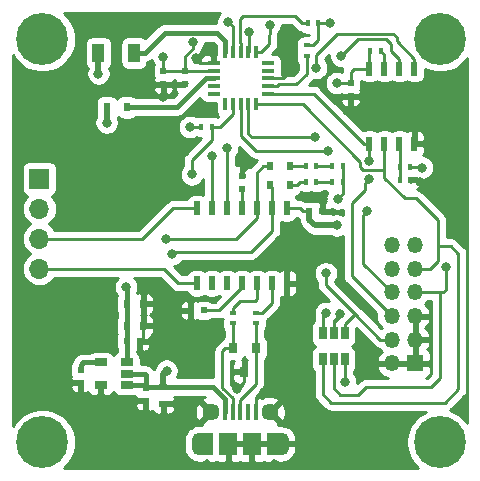
<source format=gbr>
G04 #@! TF.GenerationSoftware,KiCad,Pcbnew,(5.1.0)-1*
G04 #@! TF.CreationDate,2019-11-13T23:10:21-06:00*
G04 #@! TF.ProjectId,low_cost_multispectral_sensor,6c6f775f-636f-4737-945f-6d756c746973,rev?*
G04 #@! TF.SameCoordinates,Original*
G04 #@! TF.FileFunction,Copper,L1,Top*
G04 #@! TF.FilePolarity,Positive*
%FSLAX46Y46*%
G04 Gerber Fmt 4.6, Leading zero omitted, Abs format (unit mm)*
G04 Created by KiCad (PCBNEW (5.1.0)-1) date 2019-11-13 23:10:21*
%MOMM*%
%LPD*%
G04 APERTURE LIST*
%ADD10R,1.100000X0.300000*%
%ADD11R,0.300000X1.100000*%
%ADD12R,0.500000X0.600000*%
%ADD13R,0.600000X0.500000*%
%ADD14R,1.000000X1.600000*%
%ADD15R,1.500000X1.900000*%
%ADD16C,1.450000*%
%ADD17R,0.400000X1.350000*%
%ADD18O,1.200000X1.900000*%
%ADD19R,1.200000X1.900000*%
%ADD20O,1.700000X1.700000*%
%ADD21R,1.700000X1.700000*%
%ADD22O,1.350000X1.350000*%
%ADD23R,1.350000X1.350000*%
%ADD24R,0.400000X0.600000*%
%ADD25R,0.600000X0.400000*%
%ADD26R,0.508000X1.143000*%
%ADD27R,0.650000X1.060000*%
%ADD28R,1.060000X0.650000*%
%ADD29R,0.800000X0.900000*%
%ADD30R,0.600000X0.800000*%
%ADD31R,0.700000X0.600000*%
%ADD32R,0.600000X0.700000*%
%ADD33C,4.400000*%
%ADD34C,0.800000*%
%ADD35C,0.250000*%
%ADD36C,0.400000*%
%ADD37C,0.500000*%
%ADD38C,0.254000*%
G04 APERTURE END LIST*
D10*
X167700000Y-107500000D03*
X167700000Y-106850000D03*
X167700000Y-106200000D03*
X167700000Y-105550000D03*
X167700000Y-104900000D03*
D11*
X168700000Y-104000000D03*
X169350000Y-104000000D03*
X170000000Y-104000000D03*
X170650000Y-104000000D03*
X171300000Y-104000000D03*
D10*
X172300000Y-104900000D03*
X172300000Y-105550000D03*
X172300000Y-106200000D03*
X172300000Y-106850000D03*
X172300000Y-107500000D03*
D11*
X171300000Y-108400000D03*
X170650000Y-108400000D03*
X170000000Y-108400000D03*
X169350000Y-108400000D03*
X168700000Y-108400000D03*
D12*
X161950000Y-133500000D03*
X161950000Y-132400000D03*
X156450000Y-130850000D03*
X156450000Y-131950000D03*
D13*
X175800000Y-117450000D03*
X176900000Y-117450000D03*
X165750000Y-125850000D03*
X166850000Y-125850000D03*
D12*
X170100000Y-114425000D03*
X170100000Y-115525000D03*
D13*
X161450000Y-128450000D03*
X160350000Y-128450000D03*
D12*
X163450000Y-105600000D03*
X163450000Y-106700000D03*
X165275000Y-105575000D03*
X165275000Y-106675000D03*
X179300000Y-106625000D03*
X179300000Y-107725000D03*
D14*
X160950000Y-104050000D03*
X157950000Y-104050000D03*
D15*
X170950000Y-137150000D03*
D16*
X167450000Y-134450000D03*
D17*
X169300000Y-134450000D03*
X168650000Y-134450000D03*
X171250000Y-134450000D03*
X170600000Y-134450000D03*
X169950000Y-134450000D03*
D16*
X172450000Y-134450000D03*
D15*
X168950000Y-137150000D03*
D18*
X166450000Y-137150000D03*
X173450000Y-137150000D03*
D19*
X172850000Y-137150000D03*
X167050000Y-137150000D03*
D20*
X152950000Y-122320000D03*
X152950000Y-119780000D03*
X152950000Y-117240000D03*
D21*
X152950000Y-114700000D03*
D22*
X182775000Y-120325000D03*
X184775000Y-120325000D03*
X182775000Y-122325000D03*
X184775000Y-122325000D03*
X182775000Y-124325000D03*
X184775000Y-124325000D03*
X182775000Y-126325000D03*
X184775000Y-126325000D03*
X182775000Y-128325000D03*
X184775000Y-128325000D03*
X182775000Y-130325000D03*
D23*
X184775000Y-130325000D03*
D24*
X177750000Y-114950000D03*
X178650000Y-114950000D03*
X177750000Y-113650000D03*
X178650000Y-113650000D03*
X184350000Y-114800000D03*
X183450000Y-114800000D03*
D25*
X171250000Y-126950000D03*
X171250000Y-126050000D03*
X169350000Y-126050000D03*
X169350000Y-126950000D03*
D24*
X176400000Y-114950000D03*
X175500000Y-114950000D03*
X175500000Y-113650000D03*
X176400000Y-113650000D03*
X176575000Y-101550000D03*
X175675000Y-101550000D03*
D25*
X175575000Y-104300000D03*
X175575000Y-103400000D03*
D24*
X180950000Y-103875000D03*
X181850000Y-103875000D03*
X184350000Y-113700000D03*
X183450000Y-113700000D03*
X166650000Y-110300000D03*
X167550000Y-110300000D03*
D26*
X168830000Y-123548000D03*
X173910000Y-123548000D03*
X172640000Y-123548000D03*
X171370000Y-123548000D03*
X170100000Y-123548000D03*
X167560000Y-123548000D03*
X166290000Y-123548000D03*
X166290000Y-117198000D03*
X167560000Y-117198000D03*
X168830000Y-117198000D03*
X170100000Y-117198000D03*
X171370000Y-117198000D03*
X172640000Y-117198000D03*
X173910000Y-117198000D03*
X180895000Y-111725000D03*
X182165000Y-111725000D03*
X183435000Y-111725000D03*
X184705000Y-111725000D03*
X184705000Y-105375000D03*
X183435000Y-105375000D03*
X182165000Y-105375000D03*
X180895000Y-105375000D03*
D27*
X177875000Y-129975000D03*
X178825000Y-129975000D03*
X176925000Y-129975000D03*
X176925000Y-127775000D03*
X177875000Y-127775000D03*
X178825000Y-127775000D03*
D28*
X158150000Y-132150000D03*
X158150000Y-130250000D03*
X160350000Y-130250000D03*
X160350000Y-131200000D03*
X160350000Y-132150000D03*
D29*
X170300000Y-131050000D03*
X169350000Y-129050000D03*
X171250000Y-129050000D03*
D30*
X174150000Y-115200000D03*
X172450000Y-115200000D03*
X172450000Y-113650000D03*
X174150000Y-113650000D03*
D31*
X163450000Y-132350000D03*
X163450000Y-133750000D03*
D32*
X161750000Y-125300000D03*
X160350000Y-125300000D03*
D30*
X158650000Y-108650000D03*
X160350000Y-108650000D03*
D32*
X160350000Y-127150000D03*
X161750000Y-127150000D03*
D33*
X153200000Y-102850000D03*
X153200000Y-137000000D03*
X186850000Y-137000000D03*
X186850000Y-102850000D03*
D34*
X176925000Y-116400000D03*
X170925000Y-113300000D03*
X163450000Y-107750000D03*
X166175000Y-104500000D03*
X174375000Y-105375000D03*
X185200000Y-114950000D03*
X186025000Y-111725000D03*
X178975000Y-108950000D03*
X173975000Y-125650000D03*
X178400000Y-126175000D03*
X171950000Y-132775000D03*
X169700000Y-132475000D03*
X158125000Y-133575000D03*
X156425000Y-133075000D03*
X162500000Y-128450000D03*
X163475000Y-134925000D03*
X160925000Y-133550000D03*
X165750000Y-126925000D03*
X163725000Y-130950000D03*
X178125000Y-118650000D03*
X160300000Y-123850000D03*
X178125000Y-106600000D03*
X177525000Y-101525000D03*
X157950000Y-105800000D03*
X158650000Y-109950000D03*
X163450000Y-104400000D03*
X165925000Y-103150000D03*
X168950000Y-101400000D03*
X185350000Y-113750000D03*
X165700000Y-110325000D03*
X178200000Y-116375000D03*
X176325000Y-111200000D03*
X176375000Y-105300000D03*
X180700000Y-117450000D03*
X177225000Y-126050000D03*
X177375000Y-112325000D03*
X178525000Y-104325000D03*
X187375000Y-122200000D03*
X180875000Y-114725000D03*
X180875000Y-113225000D03*
X178825000Y-131925000D03*
X177200000Y-122700000D03*
X165850000Y-114325000D03*
X172450000Y-101650000D03*
X167560000Y-112775000D03*
X170700000Y-102300000D03*
X168825000Y-112075000D03*
X164200000Y-121100000D03*
X163700000Y-119800000D03*
D35*
X176900000Y-117450000D02*
X176900000Y-116425000D01*
X176900000Y-116425000D02*
X176925000Y-116400000D01*
X170100000Y-114425000D02*
X170100000Y-114125000D01*
X170100000Y-114125000D02*
X170925000Y-113300000D01*
X163475000Y-106675000D02*
X163450000Y-106700000D01*
X165275000Y-106675000D02*
X163475000Y-106675000D01*
X163450000Y-106700000D02*
X163450000Y-107750000D01*
X167700000Y-104900000D02*
X166575000Y-104900000D01*
X166575000Y-104900000D02*
X166175000Y-104500000D01*
X172300000Y-106200000D02*
X173550000Y-106200000D01*
X173550000Y-106200000D02*
X174375000Y-105375000D01*
X184350000Y-114800000D02*
X185050000Y-114800000D01*
X185050000Y-114800000D02*
X185200000Y-114950000D01*
X184705000Y-111725000D02*
X186025000Y-111725000D01*
X179300000Y-107725000D02*
X179300000Y-108625000D01*
X179300000Y-108625000D02*
X178975000Y-108950000D01*
X173910000Y-123548000D02*
X173910000Y-125585000D01*
X173910000Y-125585000D02*
X173975000Y-125650000D01*
X177875000Y-127775000D02*
X177875000Y-126700000D01*
X177875000Y-126700000D02*
X178400000Y-126175000D01*
X171250000Y-134450000D02*
X171250000Y-133525000D01*
X171250000Y-133525000D02*
X171250000Y-133200000D01*
X171250000Y-133200000D02*
X171675000Y-132775000D01*
X171675000Y-132775000D02*
X171950000Y-132775000D01*
X170300000Y-131050000D02*
X170300000Y-131875000D01*
X170300000Y-131875000D02*
X169700000Y-132475000D01*
X158150000Y-132150000D02*
X158150000Y-133550000D01*
X158150000Y-133550000D02*
X158125000Y-133575000D01*
X156450000Y-131950000D02*
X156450000Y-133050000D01*
X156450000Y-133050000D02*
X156425000Y-133075000D01*
X161750000Y-127150000D02*
X161750000Y-125300000D01*
X161750000Y-128150000D02*
X161450000Y-128450000D01*
X161750000Y-127150000D02*
X161750000Y-128150000D01*
X161450000Y-128450000D02*
X162500000Y-128450000D01*
X163450000Y-133750000D02*
X163450000Y-134900000D01*
X163450000Y-134900000D02*
X163475000Y-134925000D01*
X161950000Y-133500000D02*
X160975000Y-133500000D01*
X160975000Y-133500000D02*
X160925000Y-133550000D01*
X165750000Y-125850000D02*
X165750000Y-126925000D01*
X175800000Y-117450000D02*
X175250000Y-117450000D01*
X174998000Y-117198000D02*
X173910000Y-117198000D01*
X175250000Y-117450000D02*
X174998000Y-117198000D01*
D36*
X164200000Y-132350000D02*
X163450000Y-132350000D01*
X167625000Y-132350000D02*
X164200000Y-132350000D01*
X168650000Y-133375000D02*
X167625000Y-132350000D01*
X168650000Y-134450000D02*
X168650000Y-133375000D01*
X162000000Y-132350000D02*
X161950000Y-132400000D01*
X163450000Y-132350000D02*
X162000000Y-132350000D01*
X161700000Y-132150000D02*
X161950000Y-132400000D01*
X160350000Y-132150000D02*
X161700000Y-132150000D01*
X161950000Y-132400000D02*
X161950000Y-132350000D01*
X160350000Y-131200000D02*
X161850000Y-131200000D01*
X161950000Y-131300000D02*
X161950000Y-132400000D01*
X161850000Y-131200000D02*
X161950000Y-131300000D01*
D37*
X163450000Y-132350000D02*
X163450000Y-131225000D01*
X163450000Y-131225000D02*
X163725000Y-130950000D01*
X175800000Y-118200000D02*
X175800000Y-117450000D01*
X176250000Y-118650000D02*
X175800000Y-118200000D01*
X178125000Y-118650000D02*
X176250000Y-118650000D01*
D36*
X156450000Y-130850000D02*
X156450000Y-130450000D01*
X156650000Y-130250000D02*
X158150000Y-130250000D01*
X156450000Y-130450000D02*
X156650000Y-130250000D01*
D35*
X170100000Y-123865500D02*
X170100000Y-123548000D01*
X168115500Y-125850000D02*
X170100000Y-123865500D01*
X166850000Y-125850000D02*
X168115500Y-125850000D01*
X170100000Y-117198000D02*
X170100000Y-115525000D01*
D36*
X160350000Y-130250000D02*
X160350000Y-128450000D01*
X160350000Y-128450000D02*
X160350000Y-127150000D01*
X160350000Y-127150000D02*
X160350000Y-125300000D01*
X160350000Y-125300000D02*
X160350000Y-123900000D01*
X160350000Y-123900000D02*
X160300000Y-123850000D01*
D35*
X180895000Y-105375000D02*
X179600000Y-105375000D01*
X179300000Y-105675000D02*
X179300000Y-106625000D01*
X179600000Y-105375000D02*
X179300000Y-105675000D01*
X179300000Y-106625000D02*
X178150000Y-106625000D01*
X178150000Y-106625000D02*
X178125000Y-106600000D01*
X180895000Y-103930000D02*
X180950000Y-103875000D01*
X180895000Y-105375000D02*
X180895000Y-103930000D01*
X176575000Y-101550000D02*
X177500000Y-101550000D01*
X177500000Y-101550000D02*
X177525000Y-101525000D01*
D37*
X157950000Y-104050000D02*
X157950000Y-105800000D01*
X158650000Y-108650000D02*
X158650000Y-109950000D01*
D35*
X163450000Y-105600000D02*
X163450000Y-104400000D01*
X165250000Y-105600000D02*
X165275000Y-105575000D01*
X163450000Y-105600000D02*
X165250000Y-105600000D01*
X167675000Y-105575000D02*
X167700000Y-105550000D01*
X165275000Y-105575000D02*
X167675000Y-105575000D01*
X165275000Y-104326998D02*
X165925000Y-103676998D01*
X165275000Y-105575000D02*
X165275000Y-104326998D01*
X165925000Y-103676998D02*
X165925000Y-103100000D01*
X165925000Y-103100000D02*
X165925000Y-103150000D01*
X169350000Y-103200000D02*
X169350000Y-104000000D01*
X169349999Y-101799999D02*
X169350000Y-103200000D01*
X168950000Y-101400000D02*
X169349999Y-101799999D01*
X176575000Y-102100000D02*
X176575000Y-101550000D01*
X176575000Y-102950000D02*
X176575000Y-102100000D01*
X176125000Y-103400000D02*
X176575000Y-102950000D01*
X175575000Y-103400000D02*
X176125000Y-103400000D01*
X184350000Y-113700000D02*
X185300000Y-113700000D01*
X185300000Y-113700000D02*
X185350000Y-113750000D01*
X166650000Y-110300000D02*
X165725000Y-110300000D01*
X165725000Y-110300000D02*
X165700000Y-110325000D01*
X178650000Y-114950000D02*
X178650000Y-113650000D01*
X178650000Y-114950000D02*
X178650000Y-115925000D01*
X178650000Y-115925000D02*
X178200000Y-116375000D01*
X175500000Y-114950000D02*
X175000000Y-114950000D01*
X174750000Y-115200000D02*
X174150000Y-115200000D01*
X175000000Y-114950000D02*
X174750000Y-115200000D01*
X174150000Y-113650000D02*
X175450000Y-113650000D01*
D36*
X167020002Y-106200000D02*
X167700000Y-106200000D01*
X164570002Y-108650000D02*
X167020002Y-106200000D01*
X160350000Y-108650000D02*
X164570002Y-108650000D01*
X161850000Y-104050000D02*
X163550000Y-102350000D01*
X160950000Y-104050000D02*
X161850000Y-104050000D01*
X168000000Y-102350000D02*
X163550000Y-102350000D01*
X168700000Y-103050000D02*
X168000000Y-102350000D01*
X168700000Y-104000000D02*
X168700000Y-103050000D01*
D35*
X169300000Y-129100000D02*
X169350000Y-129050000D01*
X169350000Y-129050000D02*
X169350000Y-126950000D01*
X168700000Y-129050000D02*
X169350000Y-129050000D01*
X168450000Y-129300000D02*
X168700000Y-129050000D01*
X168450000Y-132432524D02*
X168450000Y-129300000D01*
X169300000Y-133282524D02*
X168450000Y-132432524D01*
X169300000Y-134450000D02*
X169300000Y-133282524D01*
X171250000Y-132100000D02*
X171250000Y-129050000D01*
X169950000Y-134450000D02*
X169950000Y-133400000D01*
X171250000Y-129050000D02*
X171250000Y-126950000D01*
X169950000Y-133400000D02*
X171250000Y-132100000D01*
X152950000Y-122320000D02*
X163470000Y-122320000D01*
X164698000Y-123548000D02*
X166290000Y-123548000D01*
X163470000Y-122320000D02*
X164698000Y-123548000D01*
X152950000Y-119780000D02*
X161645000Y-119780000D01*
X164227000Y-117198000D02*
X166290000Y-117198000D01*
X161645000Y-119780000D02*
X164227000Y-117198000D01*
X175250000Y-108400000D02*
X171300000Y-108400000D01*
X180100000Y-113250000D02*
X175250000Y-108400000D01*
X182165000Y-111725000D02*
X182165000Y-112546500D01*
X180100000Y-113250000D02*
X180100000Y-113725000D01*
X180325001Y-113950001D02*
X181999999Y-113950001D01*
X180100000Y-113725000D02*
X180325001Y-113950001D01*
X182165000Y-113785000D02*
X182165000Y-112546500D01*
X181999999Y-113950001D02*
X182165000Y-113785000D01*
X184775000Y-122325000D02*
X186050000Y-122325000D01*
X186050000Y-122325000D02*
X186675000Y-121700000D01*
X186675000Y-118200000D02*
X184825000Y-116350000D01*
X182165000Y-114600002D02*
X182165000Y-113785000D01*
X183914998Y-116350000D02*
X182165000Y-114600002D01*
X184825000Y-116350000D02*
X183914998Y-116350000D01*
X186675000Y-120400000D02*
X186675000Y-118200000D01*
X186675000Y-121700000D02*
X186675000Y-120400000D01*
X176925000Y-132925000D02*
X176925000Y-129975000D01*
X186675000Y-120400000D02*
X187775000Y-120400000D01*
X187775000Y-120400000D02*
X188425000Y-121050000D01*
X188425000Y-121050000D02*
X188425000Y-132525000D01*
X188425000Y-132525000D02*
X187300000Y-133650000D01*
X187300000Y-133650000D02*
X177650000Y-133650000D01*
X177650000Y-133650000D02*
X176925000Y-132925000D01*
X170650000Y-108400000D02*
X170650000Y-109200000D01*
X170650000Y-109200000D02*
X170650000Y-110600000D01*
X170650000Y-110600000D02*
X170650000Y-110875000D01*
X170650000Y-110875000D02*
X170975000Y-111200000D01*
X170975000Y-111200000D02*
X176325000Y-111200000D01*
X176375000Y-105300000D02*
X176375000Y-104734315D01*
X182775000Y-124325000D02*
X180325000Y-121875000D01*
X180325000Y-121875000D02*
X180325000Y-120025000D01*
X180325000Y-120025000D02*
X180325000Y-117825000D01*
X180325000Y-117825000D02*
X180700000Y-117450000D01*
X176925000Y-127775000D02*
X176925000Y-126350000D01*
X176925000Y-126350000D02*
X177225000Y-126050000D01*
X184705000Y-104553500D02*
X183200000Y-103048500D01*
X184705000Y-105375000D02*
X184705000Y-104553500D01*
X183200000Y-103048500D02*
X183200000Y-102725000D01*
X182924990Y-102449990D02*
X178175010Y-102449990D01*
X183200000Y-102725000D02*
X182924990Y-102449990D01*
X176375000Y-104250000D02*
X176375000Y-104734315D01*
X178175010Y-102449990D02*
X176375000Y-104250000D01*
X170000000Y-108400000D02*
X170000000Y-111050000D01*
X170000000Y-111050000D02*
X171275000Y-112325000D01*
X171275000Y-112325000D02*
X177375000Y-112325000D01*
X187375000Y-122679594D02*
X187375000Y-122200000D01*
X187375000Y-124100000D02*
X187375000Y-122200000D01*
X187150000Y-124325000D02*
X187375000Y-124100000D01*
X186900000Y-124375000D02*
X186950000Y-124325000D01*
X186950000Y-124325000D02*
X187150000Y-124325000D01*
X184775000Y-124325000D02*
X186950000Y-124325000D01*
X186100000Y-132350000D02*
X186900000Y-131550000D01*
X186900000Y-131550000D02*
X186900000Y-124375000D01*
X180575000Y-132350000D02*
X181675000Y-132350000D01*
X181675000Y-132350000D02*
X186100000Y-132350000D01*
X181400000Y-132350000D02*
X181675000Y-132350000D01*
X179950000Y-132975000D02*
X180575000Y-132350000D01*
X179950000Y-132975000D02*
X178425000Y-132975000D01*
X177875000Y-132425000D02*
X177875000Y-129975000D01*
X178425000Y-132975000D02*
X177875000Y-132425000D01*
X183435000Y-104553500D02*
X182725000Y-103843500D01*
X183435000Y-105375000D02*
X183435000Y-104553500D01*
X182725000Y-103843500D02*
X182725000Y-103300000D01*
X182725000Y-103300000D02*
X182325000Y-102900000D01*
X179950000Y-102900000D02*
X178525000Y-104325000D01*
X182325000Y-102900000D02*
X179950000Y-102900000D01*
X180895000Y-111725000D02*
X180391000Y-111725000D01*
X176166000Y-107500000D02*
X172300000Y-107500000D01*
X180391000Y-111725000D02*
X176166000Y-107500000D01*
X182775000Y-126325000D02*
X179400000Y-122950000D01*
X179400000Y-122950000D02*
X179400000Y-116775000D01*
X179400000Y-116775000D02*
X180550000Y-115625000D01*
X180550000Y-115625000D02*
X180550000Y-115050000D01*
X180550000Y-115050000D02*
X180875000Y-114725000D01*
X180875000Y-111745000D02*
X180895000Y-111725000D01*
X180875000Y-113225000D02*
X180875000Y-111745000D01*
X178825000Y-129975000D02*
X178825000Y-131925000D01*
X182775000Y-128325000D02*
X181820406Y-128325000D01*
X177200000Y-123704594D02*
X177200000Y-122700000D01*
X165850000Y-114325000D02*
X165850000Y-113125000D01*
X167550000Y-111425000D02*
X167550000Y-110300000D01*
X165850000Y-113125000D02*
X167550000Y-111425000D01*
X169350000Y-109200000D02*
X169350000Y-108400000D01*
X168250000Y-110300000D02*
X169350000Y-109200000D01*
X167550000Y-110300000D02*
X168250000Y-110300000D01*
X179642703Y-126177297D02*
X179672703Y-126177297D01*
X178825000Y-126995000D02*
X179642703Y-126177297D01*
X178825000Y-127775000D02*
X178825000Y-126995000D01*
X181820406Y-128325000D02*
X179672703Y-126177297D01*
X179672703Y-126177297D02*
X177200000Y-123704594D01*
X176400000Y-114950000D02*
X177750000Y-114950000D01*
X177750000Y-113650000D02*
X176400000Y-113650000D01*
X183450000Y-111740000D02*
X183435000Y-111725000D01*
X183450000Y-113700000D02*
X183450000Y-111740000D01*
X183450000Y-114800000D02*
X183450000Y-113700000D01*
X171250000Y-126050000D02*
X171350000Y-126050000D01*
X172640000Y-124369500D02*
X172640000Y-123548000D01*
X172640000Y-125210000D02*
X172640000Y-124369500D01*
X171800000Y-126050000D02*
X172640000Y-125210000D01*
X171250000Y-126050000D02*
X171800000Y-126050000D01*
X171370000Y-124880000D02*
X171370000Y-123548000D01*
X171200000Y-125050000D02*
X171370000Y-124880000D01*
X169900000Y-125050000D02*
X171200000Y-125050000D01*
X169350000Y-126050000D02*
X169350000Y-125600000D01*
X169350000Y-125600000D02*
X169900000Y-125050000D01*
X174599999Y-100924999D02*
X170225001Y-100924999D01*
X175675000Y-101550000D02*
X175225000Y-101550000D01*
X175225000Y-101550000D02*
X174599999Y-100924999D01*
X170000000Y-103200000D02*
X170000000Y-104000000D01*
X169974999Y-103174999D02*
X170000000Y-103200000D01*
X169974999Y-101175001D02*
X169974999Y-103174999D01*
X170225001Y-100924999D02*
X169974999Y-101175001D01*
X173100000Y-106850000D02*
X173250000Y-106700000D01*
X172300000Y-106850000D02*
X173100000Y-106850000D01*
X173250000Y-106700000D02*
X174700000Y-106700000D01*
X175575000Y-105825000D02*
X175575000Y-104300000D01*
X174700000Y-106700000D02*
X175575000Y-105825000D01*
X182165000Y-104190000D02*
X181850000Y-103875000D01*
X182165000Y-105375000D02*
X182165000Y-104190000D01*
X167560000Y-116376500D02*
X167550000Y-116366500D01*
X167560000Y-117198000D02*
X167560000Y-116376500D01*
X172450000Y-101650000D02*
X172400000Y-103300000D01*
X172400000Y-103300000D02*
X171700000Y-104000000D01*
X171700000Y-104000000D02*
X171300000Y-104000000D01*
X167560000Y-113390000D02*
X167560000Y-116376500D01*
X167560000Y-113390000D02*
X167560000Y-112775000D01*
X170700000Y-103950000D02*
X170650000Y-104000000D01*
X170700000Y-102300000D02*
X170700000Y-103950000D01*
X168825000Y-112075000D02*
X168830000Y-112770000D01*
X168830000Y-112770000D02*
X168830000Y-112880000D01*
X168830000Y-112880000D02*
X168830000Y-117198000D01*
X172640000Y-115390000D02*
X172450000Y-115200000D01*
X172640000Y-117198000D02*
X172640000Y-115390000D01*
X172640000Y-118019500D02*
X172675000Y-118054500D01*
X172640000Y-117198000D02*
X172640000Y-118019500D01*
X172675000Y-118054500D02*
X172675000Y-119100000D01*
X172675000Y-119100000D02*
X170900000Y-120875000D01*
X170900000Y-120875000D02*
X164425000Y-120875000D01*
X164425000Y-120875000D02*
X164200000Y-121100000D01*
X171900000Y-113650000D02*
X172450000Y-113650000D01*
X171370000Y-114180000D02*
X171900000Y-113650000D01*
X171370000Y-117198000D02*
X171370000Y-114180000D01*
X171370000Y-118019500D02*
X169589500Y-119800000D01*
X171370000Y-117198000D02*
X171370000Y-118019500D01*
X169589500Y-119800000D02*
X163700000Y-119800000D01*
D38*
G36*
X168146063Y-100740226D02*
G01*
X168032795Y-100909744D01*
X167954774Y-101098102D01*
X167915000Y-101298061D01*
X167915000Y-101501939D01*
X167917598Y-101515000D01*
X163591018Y-101515000D01*
X163549999Y-101510960D01*
X163508981Y-101515000D01*
X163386311Y-101527082D01*
X163228913Y-101574828D01*
X163083854Y-101652364D01*
X162956709Y-101756709D01*
X162930559Y-101788574D01*
X161909809Y-102809324D01*
X161901185Y-102798815D01*
X161804494Y-102719463D01*
X161694180Y-102660498D01*
X161574482Y-102624188D01*
X161450000Y-102611928D01*
X160450000Y-102611928D01*
X160325518Y-102624188D01*
X160205820Y-102660498D01*
X160095506Y-102719463D01*
X159998815Y-102798815D01*
X159919463Y-102895506D01*
X159860498Y-103005820D01*
X159824188Y-103125518D01*
X159811928Y-103250000D01*
X159811928Y-104850000D01*
X159824188Y-104974482D01*
X159860498Y-105094180D01*
X159919463Y-105204494D01*
X159998815Y-105301185D01*
X160095506Y-105380537D01*
X160205820Y-105439502D01*
X160325518Y-105475812D01*
X160450000Y-105488072D01*
X161450000Y-105488072D01*
X161574482Y-105475812D01*
X161694180Y-105439502D01*
X161804494Y-105380537D01*
X161901185Y-105301185D01*
X161980537Y-105204494D01*
X162039502Y-105094180D01*
X162075812Y-104974482D01*
X162088036Y-104850365D01*
X162171087Y-104825172D01*
X162316146Y-104747636D01*
X162443141Y-104643414D01*
X162454774Y-104701898D01*
X162532795Y-104890256D01*
X162625130Y-105028446D01*
X162610498Y-105055820D01*
X162574188Y-105175518D01*
X162561928Y-105300000D01*
X162561928Y-105900000D01*
X162574188Y-106024482D01*
X162610498Y-106144180D01*
X162614318Y-106151326D01*
X162604418Y-106171051D01*
X162571196Y-106291643D01*
X162565000Y-106414250D01*
X162723750Y-106573000D01*
X163327000Y-106573000D01*
X163327000Y-106553000D01*
X163573000Y-106553000D01*
X163573000Y-106573000D01*
X164176250Y-106573000D01*
X164335000Y-106414250D01*
X164332258Y-106360000D01*
X164391478Y-106360000D01*
X164390000Y-106389250D01*
X164548750Y-106548000D01*
X165152000Y-106548000D01*
X165152000Y-106528000D01*
X165398000Y-106528000D01*
X165398000Y-106548000D01*
X165422000Y-106548000D01*
X165422000Y-106617134D01*
X165217135Y-106822000D01*
X165152000Y-106822000D01*
X165152000Y-106802000D01*
X164548750Y-106802000D01*
X164390000Y-106960750D01*
X164396196Y-107083357D01*
X164429418Y-107203949D01*
X164485527Y-107315742D01*
X164562369Y-107414441D01*
X164595794Y-107443341D01*
X164224135Y-107815000D01*
X161114468Y-107815000D01*
X161101185Y-107798815D01*
X161004494Y-107719463D01*
X160894180Y-107660498D01*
X160774482Y-107624188D01*
X160650000Y-107611928D01*
X160050000Y-107611928D01*
X159925518Y-107624188D01*
X159805820Y-107660498D01*
X159695506Y-107719463D01*
X159598815Y-107798815D01*
X159519463Y-107895506D01*
X159500000Y-107931918D01*
X159480537Y-107895506D01*
X159401185Y-107798815D01*
X159304494Y-107719463D01*
X159194180Y-107660498D01*
X159074482Y-107624188D01*
X158950000Y-107611928D01*
X158350000Y-107611928D01*
X158225518Y-107624188D01*
X158105820Y-107660498D01*
X157995506Y-107719463D01*
X157898815Y-107798815D01*
X157819463Y-107895506D01*
X157760498Y-108005820D01*
X157724188Y-108125518D01*
X157711928Y-108250000D01*
X157711928Y-109050000D01*
X157724188Y-109174482D01*
X157760498Y-109294180D01*
X157765001Y-109302603D01*
X157765001Y-109411545D01*
X157732795Y-109459744D01*
X157654774Y-109648102D01*
X157615000Y-109848061D01*
X157615000Y-110051939D01*
X157654774Y-110251898D01*
X157732795Y-110440256D01*
X157846063Y-110609774D01*
X157990226Y-110753937D01*
X158159744Y-110867205D01*
X158348102Y-110945226D01*
X158548061Y-110985000D01*
X158751939Y-110985000D01*
X158951898Y-110945226D01*
X159140256Y-110867205D01*
X159309774Y-110753937D01*
X159453937Y-110609774D01*
X159567205Y-110440256D01*
X159645226Y-110251898D01*
X159685000Y-110051939D01*
X159685000Y-109848061D01*
X159645226Y-109648102D01*
X159569650Y-109465648D01*
X159598815Y-109501185D01*
X159695506Y-109580537D01*
X159805820Y-109639502D01*
X159925518Y-109675812D01*
X160050000Y-109688072D01*
X160650000Y-109688072D01*
X160774482Y-109675812D01*
X160894180Y-109639502D01*
X161004494Y-109580537D01*
X161101185Y-109501185D01*
X161114468Y-109485000D01*
X164528984Y-109485000D01*
X164570002Y-109489040D01*
X164611020Y-109485000D01*
X164611021Y-109485000D01*
X164733691Y-109472918D01*
X164891089Y-109425172D01*
X165036148Y-109347636D01*
X165163293Y-109243291D01*
X165189448Y-109211421D01*
X166547974Y-107852895D01*
X166560498Y-107894180D01*
X166619463Y-108004494D01*
X166698815Y-108101185D01*
X166795506Y-108180537D01*
X166905820Y-108239502D01*
X167025518Y-108275812D01*
X167150000Y-108288072D01*
X167911928Y-108288072D01*
X167911928Y-108950000D01*
X167924188Y-109074482D01*
X167960498Y-109194180D01*
X168019463Y-109304494D01*
X168087636Y-109387563D01*
X168040136Y-109435062D01*
X167994180Y-109410498D01*
X167874482Y-109374188D01*
X167750000Y-109361928D01*
X167350000Y-109361928D01*
X167225518Y-109374188D01*
X167105820Y-109410498D01*
X167100000Y-109413609D01*
X167094180Y-109410498D01*
X166974482Y-109374188D01*
X166850000Y-109361928D01*
X166450000Y-109361928D01*
X166325518Y-109374188D01*
X166205820Y-109410498D01*
X166199421Y-109413919D01*
X166190256Y-109407795D01*
X166001898Y-109329774D01*
X165801939Y-109290000D01*
X165598061Y-109290000D01*
X165398102Y-109329774D01*
X165209744Y-109407795D01*
X165040226Y-109521063D01*
X164896063Y-109665226D01*
X164782795Y-109834744D01*
X164704774Y-110023102D01*
X164665000Y-110223061D01*
X164665000Y-110426939D01*
X164704774Y-110626898D01*
X164782795Y-110815256D01*
X164896063Y-110984774D01*
X165040226Y-111128937D01*
X165209744Y-111242205D01*
X165398102Y-111320226D01*
X165598061Y-111360000D01*
X165801939Y-111360000D01*
X166001898Y-111320226D01*
X166190256Y-111242205D01*
X166249363Y-111202711D01*
X166325518Y-111225812D01*
X166450000Y-111238072D01*
X166662126Y-111238072D01*
X165338998Y-112561201D01*
X165310000Y-112584999D01*
X165286202Y-112613997D01*
X165286201Y-112613998D01*
X165215026Y-112700724D01*
X165144454Y-112832754D01*
X165123754Y-112900997D01*
X165100998Y-112976014D01*
X165096535Y-113021323D01*
X165086324Y-113125000D01*
X165090001Y-113162332D01*
X165090001Y-113621288D01*
X165046063Y-113665226D01*
X164932795Y-113834744D01*
X164854774Y-114023102D01*
X164815000Y-114223061D01*
X164815000Y-114426939D01*
X164854774Y-114626898D01*
X164932795Y-114815256D01*
X165046063Y-114984774D01*
X165190226Y-115128937D01*
X165359744Y-115242205D01*
X165548102Y-115320226D01*
X165748061Y-115360000D01*
X165951939Y-115360000D01*
X166151898Y-115320226D01*
X166340256Y-115242205D01*
X166509774Y-115128937D01*
X166653937Y-114984774D01*
X166767205Y-114815256D01*
X166800000Y-114736081D01*
X166800001Y-116043316D01*
X166788180Y-116036998D01*
X166668482Y-116000688D01*
X166544000Y-115988428D01*
X166036000Y-115988428D01*
X165911518Y-116000688D01*
X165791820Y-116036998D01*
X165681506Y-116095963D01*
X165584815Y-116175315D01*
X165505463Y-116272006D01*
X165446498Y-116382320D01*
X165429608Y-116438000D01*
X164264322Y-116438000D01*
X164226999Y-116434324D01*
X164189676Y-116438000D01*
X164189667Y-116438000D01*
X164078014Y-116448997D01*
X163934753Y-116492454D01*
X163802724Y-116563026D01*
X163802722Y-116563027D01*
X163802723Y-116563027D01*
X163715996Y-116634201D01*
X163715992Y-116634205D01*
X163686999Y-116657999D01*
X163663205Y-116686992D01*
X161330199Y-119020000D01*
X154227595Y-119020000D01*
X154190706Y-118950986D01*
X154005134Y-118724866D01*
X153779014Y-118539294D01*
X153724209Y-118510000D01*
X153779014Y-118480706D01*
X154005134Y-118295134D01*
X154190706Y-118069014D01*
X154328599Y-117811034D01*
X154413513Y-117531111D01*
X154442185Y-117240000D01*
X154413513Y-116948889D01*
X154328599Y-116668966D01*
X154190706Y-116410986D01*
X154005134Y-116184866D01*
X153975313Y-116160393D01*
X154044180Y-116139502D01*
X154154494Y-116080537D01*
X154251185Y-116001185D01*
X154330537Y-115904494D01*
X154389502Y-115794180D01*
X154425812Y-115674482D01*
X154438072Y-115550000D01*
X154438072Y-113850000D01*
X154425812Y-113725518D01*
X154389502Y-113605820D01*
X154330537Y-113495506D01*
X154251185Y-113398815D01*
X154154494Y-113319463D01*
X154044180Y-113260498D01*
X153924482Y-113224188D01*
X153800000Y-113211928D01*
X152100000Y-113211928D01*
X151975518Y-113224188D01*
X151855820Y-113260498D01*
X151745506Y-113319463D01*
X151648815Y-113398815D01*
X151569463Y-113495506D01*
X151510498Y-113605820D01*
X151474188Y-113725518D01*
X151461928Y-113850000D01*
X151461928Y-115550000D01*
X151474188Y-115674482D01*
X151510498Y-115794180D01*
X151569463Y-115904494D01*
X151648815Y-116001185D01*
X151745506Y-116080537D01*
X151855820Y-116139502D01*
X151924687Y-116160393D01*
X151894866Y-116184866D01*
X151709294Y-116410986D01*
X151571401Y-116668966D01*
X151486487Y-116948889D01*
X151457815Y-117240000D01*
X151486487Y-117531111D01*
X151571401Y-117811034D01*
X151709294Y-118069014D01*
X151894866Y-118295134D01*
X152120986Y-118480706D01*
X152175791Y-118510000D01*
X152120986Y-118539294D01*
X151894866Y-118724866D01*
X151709294Y-118950986D01*
X151571401Y-119208966D01*
X151486487Y-119488889D01*
X151457815Y-119780000D01*
X151486487Y-120071111D01*
X151571401Y-120351034D01*
X151709294Y-120609014D01*
X151894866Y-120835134D01*
X152120986Y-121020706D01*
X152175791Y-121050000D01*
X152120986Y-121079294D01*
X151894866Y-121264866D01*
X151709294Y-121490986D01*
X151571401Y-121748966D01*
X151486487Y-122028889D01*
X151457815Y-122320000D01*
X151486487Y-122611111D01*
X151571401Y-122891034D01*
X151709294Y-123149014D01*
X151894866Y-123375134D01*
X152120986Y-123560706D01*
X152378966Y-123698599D01*
X152658889Y-123783513D01*
X152877050Y-123805000D01*
X153022950Y-123805000D01*
X153241111Y-123783513D01*
X153521034Y-123698599D01*
X153779014Y-123560706D01*
X154005134Y-123375134D01*
X154190706Y-123149014D01*
X154227595Y-123080000D01*
X159606289Y-123080000D01*
X159496063Y-123190226D01*
X159382795Y-123359744D01*
X159304774Y-123548102D01*
X159265000Y-123748061D01*
X159265000Y-123951939D01*
X159304774Y-124151898D01*
X159382795Y-124340256D01*
X159496063Y-124509774D01*
X159515001Y-124528712D01*
X159515000Y-124603855D01*
X159460498Y-124705820D01*
X159424188Y-124825518D01*
X159411928Y-124950000D01*
X159411928Y-125650000D01*
X159424188Y-125774482D01*
X159460498Y-125894180D01*
X159515001Y-125996146D01*
X159515000Y-126453855D01*
X159460498Y-126555820D01*
X159424188Y-126675518D01*
X159411928Y-126800000D01*
X159411928Y-127500000D01*
X159424188Y-127624482D01*
X159460498Y-127744180D01*
X159515000Y-127846145D01*
X159515000Y-127853855D01*
X159460498Y-127955820D01*
X159424188Y-128075518D01*
X159411928Y-128200000D01*
X159411928Y-128700000D01*
X159424188Y-128824482D01*
X159460498Y-128944180D01*
X159515001Y-129046146D01*
X159515000Y-129368007D01*
X159465506Y-129394463D01*
X159368815Y-129473815D01*
X159289463Y-129570506D01*
X159250000Y-129644335D01*
X159210537Y-129570506D01*
X159131185Y-129473815D01*
X159034494Y-129394463D01*
X158924180Y-129335498D01*
X158804482Y-129299188D01*
X158680000Y-129286928D01*
X157620000Y-129286928D01*
X157495518Y-129299188D01*
X157375820Y-129335498D01*
X157265506Y-129394463D01*
X157240482Y-129415000D01*
X156691018Y-129415000D01*
X156650000Y-129410960D01*
X156608982Y-129415000D01*
X156608981Y-129415000D01*
X156486311Y-129427082D01*
X156328913Y-129474828D01*
X156183854Y-129552364D01*
X156056709Y-129656709D01*
X156030558Y-129688575D01*
X155888573Y-129830560D01*
X155856710Y-129856709D01*
X155752364Y-129983854D01*
X155674828Y-130128913D01*
X155635160Y-130259681D01*
X155610498Y-130305820D01*
X155574188Y-130425518D01*
X155561928Y-130550000D01*
X155561928Y-131150000D01*
X155574188Y-131274482D01*
X155610498Y-131394180D01*
X155614318Y-131401326D01*
X155604418Y-131421051D01*
X155571196Y-131541643D01*
X155565000Y-131664250D01*
X155723750Y-131823000D01*
X156327000Y-131823000D01*
X156327000Y-131803000D01*
X156573000Y-131803000D01*
X156573000Y-131823000D01*
X156597000Y-131823000D01*
X156597000Y-132077000D01*
X156573000Y-132077000D01*
X156573000Y-132726250D01*
X156731750Y-132885000D01*
X156840524Y-132872406D01*
X156959249Y-132833032D01*
X157060586Y-132775470D01*
X157089463Y-132829494D01*
X157168815Y-132926185D01*
X157265506Y-133005537D01*
X157375820Y-133064502D01*
X157495518Y-133100812D01*
X157620000Y-133113072D01*
X157864250Y-133110000D01*
X158023000Y-132951250D01*
X158023000Y-132277000D01*
X158003000Y-132277000D01*
X158003000Y-132023000D01*
X158023000Y-132023000D01*
X158023000Y-132003000D01*
X158277000Y-132003000D01*
X158277000Y-132023000D01*
X158297000Y-132023000D01*
X158297000Y-132277000D01*
X158277000Y-132277000D01*
X158277000Y-132951250D01*
X158435750Y-133110000D01*
X158680000Y-133113072D01*
X158804482Y-133100812D01*
X158924180Y-133064502D01*
X159034494Y-133005537D01*
X159131185Y-132926185D01*
X159210537Y-132829494D01*
X159250000Y-132755665D01*
X159289463Y-132829494D01*
X159368815Y-132926185D01*
X159465506Y-133005537D01*
X159575820Y-133064502D01*
X159695518Y-133100812D01*
X159820000Y-133113072D01*
X160880000Y-133113072D01*
X161004482Y-133100812D01*
X161074523Y-133079565D01*
X161071196Y-133091643D01*
X161065000Y-133214250D01*
X161223750Y-133373000D01*
X161827000Y-133373000D01*
X161827000Y-133353000D01*
X162073000Y-133353000D01*
X162073000Y-133373000D01*
X162097000Y-133373000D01*
X162097000Y-133627000D01*
X162073000Y-133627000D01*
X162073000Y-134276250D01*
X162231750Y-134435000D01*
X162340524Y-134422406D01*
X162459249Y-134383032D01*
X162534994Y-134340007D01*
X162569463Y-134404494D01*
X162648815Y-134501185D01*
X162745506Y-134580537D01*
X162855820Y-134639502D01*
X162975518Y-134675812D01*
X163100000Y-134688072D01*
X163164250Y-134685000D01*
X163323000Y-134526250D01*
X163323000Y-133877000D01*
X163577000Y-133877000D01*
X163577000Y-134526250D01*
X163735750Y-134685000D01*
X163800000Y-134688072D01*
X163924482Y-134675812D01*
X164044180Y-134639502D01*
X164154494Y-134580537D01*
X164224015Y-134523482D01*
X166085396Y-134523482D01*
X166125952Y-134788291D01*
X166217391Y-135040100D01*
X166274550Y-135147035D01*
X166510867Y-135209528D01*
X167270395Y-134450000D01*
X166510867Y-133690472D01*
X166274550Y-133752965D01*
X166161150Y-133995678D01*
X166097281Y-134255849D01*
X166085396Y-134523482D01*
X164224015Y-134523482D01*
X164251185Y-134501185D01*
X164330537Y-134404494D01*
X164389502Y-134294180D01*
X164425812Y-134174482D01*
X164438072Y-134050000D01*
X164435000Y-134035750D01*
X164276250Y-133877000D01*
X163577000Y-133877000D01*
X163323000Y-133877000D01*
X163303000Y-133877000D01*
X163303000Y-133623000D01*
X163323000Y-133623000D01*
X163323000Y-133603000D01*
X163577000Y-133603000D01*
X163577000Y-133623000D01*
X164276250Y-133623000D01*
X164435000Y-133464250D01*
X164438072Y-133450000D01*
X164425812Y-133325518D01*
X164389502Y-133205820D01*
X164378373Y-133185000D01*
X166949100Y-133185000D01*
X166859900Y-133217391D01*
X166752965Y-133274550D01*
X166690472Y-133510867D01*
X167450000Y-134270395D01*
X167464143Y-134256253D01*
X167643748Y-134435858D01*
X167629605Y-134450000D01*
X167643748Y-134464143D01*
X167464143Y-134643748D01*
X167450000Y-134629605D01*
X166690472Y-135389133D01*
X166736909Y-135564733D01*
X166482722Y-135562248D01*
X166450000Y-135559025D01*
X166207899Y-135582870D01*
X165975100Y-135653489D01*
X165760552Y-135768167D01*
X165572499Y-135922498D01*
X165418168Y-136110551D01*
X165303489Y-136325099D01*
X165232870Y-136557898D01*
X165215000Y-136739335D01*
X165215000Y-137560664D01*
X165232870Y-137742101D01*
X165303489Y-137974900D01*
X165418167Y-138189448D01*
X165572498Y-138377502D01*
X165760551Y-138531833D01*
X165975099Y-138646511D01*
X166207898Y-138717130D01*
X166450000Y-138740975D01*
X166482722Y-138737752D01*
X166764250Y-138735000D01*
X166821318Y-138677932D01*
X166924900Y-138646511D01*
X167139448Y-138531833D01*
X167177000Y-138501015D01*
X167177000Y-138576250D01*
X167335750Y-138735000D01*
X167650000Y-138738072D01*
X167774482Y-138725812D01*
X167894180Y-138689502D01*
X167925000Y-138673028D01*
X167955820Y-138689502D01*
X168075518Y-138725812D01*
X168200000Y-138738072D01*
X168664250Y-138735000D01*
X168823000Y-138576250D01*
X168823000Y-137277000D01*
X169077000Y-137277000D01*
X169077000Y-138576250D01*
X169235750Y-138735000D01*
X169700000Y-138738072D01*
X169824482Y-138725812D01*
X169944180Y-138689502D01*
X169950000Y-138686391D01*
X169955820Y-138689502D01*
X170075518Y-138725812D01*
X170200000Y-138738072D01*
X170664250Y-138735000D01*
X170823000Y-138576250D01*
X170823000Y-137277000D01*
X171077000Y-137277000D01*
X171077000Y-138576250D01*
X171235750Y-138735000D01*
X171700000Y-138738072D01*
X171824482Y-138725812D01*
X171944180Y-138689502D01*
X171975000Y-138673028D01*
X172005820Y-138689502D01*
X172125518Y-138725812D01*
X172250000Y-138738072D01*
X172564250Y-138735000D01*
X172723000Y-138576250D01*
X172723000Y-138500463D01*
X172869467Y-138597421D01*
X173087310Y-138686560D01*
X173135750Y-138735000D01*
X173450000Y-138738072D01*
X173481192Y-138735000D01*
X173577002Y-138735000D01*
X173577002Y-138725048D01*
X173694180Y-138689502D01*
X173731265Y-138669679D01*
X173767609Y-138693462D01*
X173805282Y-138689591D01*
X174030533Y-138597421D01*
X174233474Y-138463078D01*
X174406307Y-138291725D01*
X174542390Y-138089946D01*
X174636493Y-137865496D01*
X174685000Y-137627000D01*
X174685000Y-137277000D01*
X171077000Y-137277000D01*
X170823000Y-137277000D01*
X169077000Y-137277000D01*
X168823000Y-137277000D01*
X168803000Y-137277000D01*
X168803000Y-137023000D01*
X168823000Y-137023000D01*
X168823000Y-137003000D01*
X169077000Y-137003000D01*
X169077000Y-137023000D01*
X170823000Y-137023000D01*
X170823000Y-137003000D01*
X171077000Y-137003000D01*
X171077000Y-137023000D01*
X174685000Y-137023000D01*
X174685000Y-136673000D01*
X174636493Y-136434504D01*
X174542390Y-136210054D01*
X174406307Y-136008275D01*
X174233474Y-135836922D01*
X174030533Y-135702579D01*
X173805282Y-135610409D01*
X173767609Y-135606538D01*
X173731265Y-135630321D01*
X173694180Y-135610498D01*
X173577002Y-135574952D01*
X173577002Y-135565000D01*
X173481192Y-135565000D01*
X173450000Y-135561928D01*
X173163091Y-135564733D01*
X173209528Y-135389133D01*
X172450000Y-134629605D01*
X172435858Y-134643748D01*
X172256253Y-134464143D01*
X172270395Y-134450000D01*
X172629605Y-134450000D01*
X173389133Y-135209528D01*
X173625450Y-135147035D01*
X173738850Y-134904322D01*
X173802719Y-134644151D01*
X173814604Y-134376518D01*
X173774048Y-134111709D01*
X173682609Y-133859900D01*
X173625450Y-133752965D01*
X173389133Y-133690472D01*
X172629605Y-134450000D01*
X172270395Y-134450000D01*
X172256253Y-134435858D01*
X172435858Y-134256253D01*
X172450000Y-134270395D01*
X173209528Y-133510867D01*
X173147035Y-133274550D01*
X172904322Y-133161150D01*
X172644151Y-133097281D01*
X172376518Y-133085396D01*
X172111709Y-133125952D01*
X171859900Y-133217391D01*
X171805864Y-133246275D01*
X171703576Y-133189479D01*
X171584474Y-133151259D01*
X171481750Y-133140000D01*
X171377002Y-133244748D01*
X171377002Y-133140000D01*
X171284802Y-133140000D01*
X171761004Y-132663798D01*
X171790001Y-132640001D01*
X171884974Y-132524276D01*
X171955546Y-132392247D01*
X171999003Y-132248986D01*
X172010000Y-132137333D01*
X172010000Y-132137325D01*
X172013676Y-132100000D01*
X172010000Y-132062675D01*
X172010000Y-130026018D01*
X172101185Y-129951185D01*
X172180537Y-129854494D01*
X172239502Y-129744180D01*
X172275812Y-129624482D01*
X172288072Y-129500000D01*
X172288072Y-128600000D01*
X172275812Y-128475518D01*
X172239502Y-128355820D01*
X172180537Y-128245506D01*
X172101185Y-128148815D01*
X172010000Y-128073982D01*
X172010000Y-127590444D01*
X172080537Y-127504494D01*
X172139502Y-127394180D01*
X172175812Y-127274482D01*
X172188072Y-127150000D01*
X172188072Y-126750000D01*
X172183799Y-126706610D01*
X172224276Y-126684974D01*
X172340001Y-126590001D01*
X172363803Y-126560998D01*
X173151009Y-125773794D01*
X173180001Y-125750001D01*
X173203795Y-125721008D01*
X173203799Y-125721004D01*
X173267259Y-125643677D01*
X173274974Y-125634276D01*
X173345546Y-125502247D01*
X173389003Y-125358986D01*
X173400000Y-125247333D01*
X173400000Y-125247324D01*
X173403676Y-125210001D01*
X173400000Y-125172678D01*
X173400000Y-124703804D01*
X173401334Y-124704548D01*
X173520365Y-124742989D01*
X173624250Y-124754500D01*
X173783000Y-124595750D01*
X173783000Y-123675000D01*
X174037000Y-123675000D01*
X174037000Y-124595750D01*
X174195750Y-124754500D01*
X174299635Y-124742989D01*
X174418666Y-124704548D01*
X174527910Y-124643624D01*
X174623169Y-124562558D01*
X174700782Y-124464465D01*
X174757767Y-124353116D01*
X174791934Y-124232788D01*
X174801970Y-124108108D01*
X174799000Y-123833750D01*
X174640250Y-123675000D01*
X174037000Y-123675000D01*
X173783000Y-123675000D01*
X173763000Y-123675000D01*
X173763000Y-123421000D01*
X173783000Y-123421000D01*
X173783000Y-122500250D01*
X174037000Y-122500250D01*
X174037000Y-123421000D01*
X174640250Y-123421000D01*
X174799000Y-123262250D01*
X174801970Y-122987892D01*
X174791934Y-122863212D01*
X174757767Y-122742884D01*
X174700782Y-122631535D01*
X174623169Y-122533442D01*
X174527910Y-122452376D01*
X174418666Y-122391452D01*
X174299635Y-122353011D01*
X174195750Y-122341500D01*
X174037000Y-122500250D01*
X173783000Y-122500250D01*
X173624250Y-122341500D01*
X173520365Y-122353011D01*
X173401334Y-122391452D01*
X173292090Y-122452376D01*
X173274524Y-122467325D01*
X173248494Y-122445963D01*
X173138180Y-122386998D01*
X173018482Y-122350688D01*
X172894000Y-122338428D01*
X172386000Y-122338428D01*
X172261518Y-122350688D01*
X172141820Y-122386998D01*
X172031506Y-122445963D01*
X172005000Y-122467716D01*
X171978494Y-122445963D01*
X171868180Y-122386998D01*
X171748482Y-122350688D01*
X171624000Y-122338428D01*
X171116000Y-122338428D01*
X170991518Y-122350688D01*
X170871820Y-122386998D01*
X170761506Y-122445963D01*
X170735000Y-122467716D01*
X170708494Y-122445963D01*
X170598180Y-122386998D01*
X170478482Y-122350688D01*
X170354000Y-122338428D01*
X169846000Y-122338428D01*
X169721518Y-122350688D01*
X169601820Y-122386998D01*
X169491506Y-122445963D01*
X169465000Y-122467716D01*
X169438494Y-122445963D01*
X169328180Y-122386998D01*
X169208482Y-122350688D01*
X169084000Y-122338428D01*
X168576000Y-122338428D01*
X168451518Y-122350688D01*
X168331820Y-122386998D01*
X168221506Y-122445963D01*
X168195000Y-122467716D01*
X168168494Y-122445963D01*
X168058180Y-122386998D01*
X167938482Y-122350688D01*
X167814000Y-122338428D01*
X167306000Y-122338428D01*
X167181518Y-122350688D01*
X167061820Y-122386998D01*
X166951506Y-122445963D01*
X166925000Y-122467716D01*
X166898494Y-122445963D01*
X166788180Y-122386998D01*
X166668482Y-122350688D01*
X166544000Y-122338428D01*
X166036000Y-122338428D01*
X165911518Y-122350688D01*
X165791820Y-122386998D01*
X165681506Y-122445963D01*
X165584815Y-122525315D01*
X165505463Y-122622006D01*
X165446498Y-122732320D01*
X165429608Y-122788000D01*
X165012802Y-122788000D01*
X164350201Y-122125400D01*
X164501898Y-122095226D01*
X164690256Y-122017205D01*
X164859774Y-121903937D01*
X165003937Y-121759774D01*
X165087308Y-121635000D01*
X170862678Y-121635000D01*
X170900000Y-121638676D01*
X170937322Y-121635000D01*
X170937333Y-121635000D01*
X171048986Y-121624003D01*
X171192247Y-121580546D01*
X171324276Y-121509974D01*
X171440001Y-121415001D01*
X171463804Y-121385997D01*
X173186003Y-119663799D01*
X173215001Y-119640001D01*
X173297660Y-119539281D01*
X173309974Y-119524277D01*
X173380546Y-119392247D01*
X173405563Y-119309774D01*
X173424003Y-119248986D01*
X173435000Y-119137333D01*
X173435000Y-119137324D01*
X173438676Y-119100001D01*
X173435000Y-119062678D01*
X173435000Y-118366034D01*
X173531518Y-118395312D01*
X173656000Y-118407572D01*
X174164000Y-118407572D01*
X174288482Y-118395312D01*
X174408180Y-118359002D01*
X174518494Y-118300037D01*
X174615185Y-118220685D01*
X174694537Y-118123994D01*
X174749035Y-118022037D01*
X174825724Y-118084974D01*
X174915000Y-118132694D01*
X174915000Y-118156531D01*
X174910719Y-118200000D01*
X174915000Y-118243469D01*
X174915000Y-118243476D01*
X174927805Y-118373489D01*
X174978411Y-118540312D01*
X175060589Y-118694058D01*
X175171183Y-118828817D01*
X175204956Y-118856534D01*
X175593466Y-119245044D01*
X175621183Y-119278817D01*
X175755941Y-119389411D01*
X175909687Y-119471589D01*
X176076510Y-119522195D01*
X176206523Y-119535000D01*
X176206533Y-119535000D01*
X176249999Y-119539281D01*
X176293465Y-119535000D01*
X177586546Y-119535000D01*
X177634744Y-119567205D01*
X177823102Y-119645226D01*
X178023061Y-119685000D01*
X178226939Y-119685000D01*
X178426898Y-119645226D01*
X178615256Y-119567205D01*
X178640001Y-119550671D01*
X178640000Y-122912677D01*
X178636324Y-122950000D01*
X178640000Y-122987322D01*
X178640000Y-122987332D01*
X178650997Y-123098985D01*
X178690899Y-123230526D01*
X178694454Y-123242246D01*
X178765026Y-123374276D01*
X178785329Y-123399015D01*
X178859999Y-123490001D01*
X178889003Y-123513804D01*
X181480318Y-126105120D01*
X181458662Y-126325000D01*
X181483955Y-126581805D01*
X181558862Y-126828741D01*
X181680505Y-127056318D01*
X181844208Y-127255792D01*
X181928539Y-127325000D01*
X181910232Y-127340024D01*
X180236506Y-125666299D01*
X180236502Y-125666294D01*
X180212704Y-125637296D01*
X180183706Y-125613498D01*
X177966959Y-123396752D01*
X178003937Y-123359774D01*
X178117205Y-123190256D01*
X178195226Y-123001898D01*
X178235000Y-122801939D01*
X178235000Y-122598061D01*
X178195226Y-122398102D01*
X178117205Y-122209744D01*
X178003937Y-122040226D01*
X177859774Y-121896063D01*
X177690256Y-121782795D01*
X177501898Y-121704774D01*
X177301939Y-121665000D01*
X177098061Y-121665000D01*
X176898102Y-121704774D01*
X176709744Y-121782795D01*
X176540226Y-121896063D01*
X176396063Y-122040226D01*
X176282795Y-122209744D01*
X176204774Y-122398102D01*
X176165000Y-122598061D01*
X176165000Y-122801939D01*
X176204774Y-123001898D01*
X176282795Y-123190256D01*
X176396063Y-123359774D01*
X176440000Y-123403711D01*
X176440000Y-123667271D01*
X176436324Y-123704594D01*
X176440000Y-123741916D01*
X176440000Y-123741926D01*
X176450997Y-123853579D01*
X176487003Y-123972276D01*
X176494454Y-123996840D01*
X176565026Y-124128870D01*
X176588725Y-124157747D01*
X176659999Y-124244595D01*
X176689003Y-124268398D01*
X177462586Y-125041982D01*
X177326939Y-125015000D01*
X177123061Y-125015000D01*
X176923102Y-125054774D01*
X176734744Y-125132795D01*
X176565226Y-125246063D01*
X176421063Y-125390226D01*
X176307795Y-125559744D01*
X176229774Y-125748102D01*
X176190000Y-125948061D01*
X176190000Y-126151939D01*
X176190350Y-126153700D01*
X176175998Y-126201014D01*
X176171568Y-126245997D01*
X176161324Y-126350000D01*
X176165001Y-126387332D01*
X176165001Y-126780532D01*
X176148815Y-126793815D01*
X176069463Y-126890506D01*
X176010498Y-127000820D01*
X175974188Y-127120518D01*
X175961928Y-127245000D01*
X175961928Y-128305000D01*
X175974188Y-128429482D01*
X176010498Y-128549180D01*
X176069463Y-128659494D01*
X176148815Y-128756185D01*
X176245506Y-128835537D01*
X176319335Y-128875000D01*
X176245506Y-128914463D01*
X176148815Y-128993815D01*
X176069463Y-129090506D01*
X176010498Y-129200820D01*
X175974188Y-129320518D01*
X175961928Y-129445000D01*
X175961928Y-130505000D01*
X175974188Y-130629482D01*
X176010498Y-130749180D01*
X176069463Y-130859494D01*
X176148815Y-130956185D01*
X176165001Y-130969468D01*
X176165000Y-132887677D01*
X176161324Y-132925000D01*
X176165000Y-132962322D01*
X176165000Y-132962332D01*
X176175997Y-133073985D01*
X176209824Y-133185498D01*
X176219454Y-133217246D01*
X176290026Y-133349276D01*
X176329871Y-133397826D01*
X176384999Y-133465001D01*
X176414002Y-133488803D01*
X177086201Y-134161002D01*
X177109999Y-134190001D01*
X177225724Y-134284974D01*
X177357753Y-134355546D01*
X177501014Y-134399003D01*
X177612667Y-134410000D01*
X177612677Y-134410000D01*
X177650000Y-134413676D01*
X177687323Y-134410000D01*
X185694602Y-134410000D01*
X185507124Y-134487656D01*
X185042793Y-134797912D01*
X184647912Y-135192793D01*
X184337656Y-135657124D01*
X184123948Y-136173061D01*
X184015000Y-136720777D01*
X184015000Y-137279223D01*
X184123948Y-137826939D01*
X184337656Y-138342876D01*
X184647912Y-138807207D01*
X185030705Y-139190000D01*
X155019295Y-139190000D01*
X155402088Y-138807207D01*
X155712344Y-138342876D01*
X155926052Y-137826939D01*
X156035000Y-137279223D01*
X156035000Y-136720777D01*
X155926052Y-136173061D01*
X155712344Y-135657124D01*
X155402088Y-135192793D01*
X155007207Y-134797912D01*
X154542876Y-134487656D01*
X154026939Y-134273948D01*
X153479223Y-134165000D01*
X152920777Y-134165000D01*
X152373061Y-134273948D01*
X151857124Y-134487656D01*
X151392793Y-134797912D01*
X150997912Y-135192793D01*
X150710000Y-135623684D01*
X150710000Y-133785750D01*
X161065000Y-133785750D01*
X161071196Y-133908357D01*
X161104418Y-134028949D01*
X161160527Y-134140742D01*
X161237369Y-134239441D01*
X161331988Y-134321252D01*
X161440751Y-134383032D01*
X161559476Y-134422406D01*
X161668250Y-134435000D01*
X161827000Y-134276250D01*
X161827000Y-133627000D01*
X161223750Y-133627000D01*
X161065000Y-133785750D01*
X150710000Y-133785750D01*
X150710000Y-132235750D01*
X155565000Y-132235750D01*
X155571196Y-132358357D01*
X155604418Y-132478949D01*
X155660527Y-132590742D01*
X155737369Y-132689441D01*
X155831988Y-132771252D01*
X155940751Y-132833032D01*
X156059476Y-132872406D01*
X156168250Y-132885000D01*
X156327000Y-132726250D01*
X156327000Y-132077000D01*
X155723750Y-132077000D01*
X155565000Y-132235750D01*
X150710000Y-132235750D01*
X150710000Y-106985750D01*
X162565000Y-106985750D01*
X162571196Y-107108357D01*
X162604418Y-107228949D01*
X162660527Y-107340742D01*
X162737369Y-107439441D01*
X162831988Y-107521252D01*
X162940751Y-107583032D01*
X163059476Y-107622406D01*
X163168250Y-107635000D01*
X163327000Y-107476250D01*
X163327000Y-106827000D01*
X163573000Y-106827000D01*
X163573000Y-107476250D01*
X163731750Y-107635000D01*
X163840524Y-107622406D01*
X163959249Y-107583032D01*
X164068012Y-107521252D01*
X164162631Y-107439441D01*
X164239473Y-107340742D01*
X164295582Y-107228949D01*
X164328804Y-107108357D01*
X164335000Y-106985750D01*
X164176250Y-106827000D01*
X163573000Y-106827000D01*
X163327000Y-106827000D01*
X162723750Y-106827000D01*
X162565000Y-106985750D01*
X150710000Y-106985750D01*
X150710000Y-104226316D01*
X150997912Y-104657207D01*
X151392793Y-105052088D01*
X151857124Y-105362344D01*
X152373061Y-105576052D01*
X152920777Y-105685000D01*
X153479223Y-105685000D01*
X154026939Y-105576052D01*
X154542876Y-105362344D01*
X155007207Y-105052088D01*
X155402088Y-104657207D01*
X155712344Y-104192876D01*
X155926052Y-103676939D01*
X156010975Y-103250000D01*
X156811928Y-103250000D01*
X156811928Y-104850000D01*
X156824188Y-104974482D01*
X156860498Y-105094180D01*
X156919463Y-105204494D01*
X156998815Y-105301185D01*
X157026820Y-105324168D01*
X156954774Y-105498102D01*
X156915000Y-105698061D01*
X156915000Y-105901939D01*
X156954774Y-106101898D01*
X157032795Y-106290256D01*
X157146063Y-106459774D01*
X157290226Y-106603937D01*
X157459744Y-106717205D01*
X157648102Y-106795226D01*
X157848061Y-106835000D01*
X158051939Y-106835000D01*
X158251898Y-106795226D01*
X158440256Y-106717205D01*
X158609774Y-106603937D01*
X158753937Y-106459774D01*
X158867205Y-106290256D01*
X158945226Y-106101898D01*
X158985000Y-105901939D01*
X158985000Y-105698061D01*
X158945226Y-105498102D01*
X158873180Y-105324168D01*
X158901185Y-105301185D01*
X158980537Y-105204494D01*
X159039502Y-105094180D01*
X159075812Y-104974482D01*
X159088072Y-104850000D01*
X159088072Y-103250000D01*
X159075812Y-103125518D01*
X159039502Y-103005820D01*
X158980537Y-102895506D01*
X158901185Y-102798815D01*
X158804494Y-102719463D01*
X158694180Y-102660498D01*
X158574482Y-102624188D01*
X158450000Y-102611928D01*
X157450000Y-102611928D01*
X157325518Y-102624188D01*
X157205820Y-102660498D01*
X157095506Y-102719463D01*
X156998815Y-102798815D01*
X156919463Y-102895506D01*
X156860498Y-103005820D01*
X156824188Y-103125518D01*
X156811928Y-103250000D01*
X156010975Y-103250000D01*
X156035000Y-103129223D01*
X156035000Y-102570777D01*
X155926052Y-102023061D01*
X155712344Y-101507124D01*
X155402088Y-101042793D01*
X155019295Y-100660000D01*
X168226289Y-100660000D01*
X168146063Y-100740226D01*
X168146063Y-100740226D01*
G37*
X168146063Y-100740226D02*
X168032795Y-100909744D01*
X167954774Y-101098102D01*
X167915000Y-101298061D01*
X167915000Y-101501939D01*
X167917598Y-101515000D01*
X163591018Y-101515000D01*
X163549999Y-101510960D01*
X163508981Y-101515000D01*
X163386311Y-101527082D01*
X163228913Y-101574828D01*
X163083854Y-101652364D01*
X162956709Y-101756709D01*
X162930559Y-101788574D01*
X161909809Y-102809324D01*
X161901185Y-102798815D01*
X161804494Y-102719463D01*
X161694180Y-102660498D01*
X161574482Y-102624188D01*
X161450000Y-102611928D01*
X160450000Y-102611928D01*
X160325518Y-102624188D01*
X160205820Y-102660498D01*
X160095506Y-102719463D01*
X159998815Y-102798815D01*
X159919463Y-102895506D01*
X159860498Y-103005820D01*
X159824188Y-103125518D01*
X159811928Y-103250000D01*
X159811928Y-104850000D01*
X159824188Y-104974482D01*
X159860498Y-105094180D01*
X159919463Y-105204494D01*
X159998815Y-105301185D01*
X160095506Y-105380537D01*
X160205820Y-105439502D01*
X160325518Y-105475812D01*
X160450000Y-105488072D01*
X161450000Y-105488072D01*
X161574482Y-105475812D01*
X161694180Y-105439502D01*
X161804494Y-105380537D01*
X161901185Y-105301185D01*
X161980537Y-105204494D01*
X162039502Y-105094180D01*
X162075812Y-104974482D01*
X162088036Y-104850365D01*
X162171087Y-104825172D01*
X162316146Y-104747636D01*
X162443141Y-104643414D01*
X162454774Y-104701898D01*
X162532795Y-104890256D01*
X162625130Y-105028446D01*
X162610498Y-105055820D01*
X162574188Y-105175518D01*
X162561928Y-105300000D01*
X162561928Y-105900000D01*
X162574188Y-106024482D01*
X162610498Y-106144180D01*
X162614318Y-106151326D01*
X162604418Y-106171051D01*
X162571196Y-106291643D01*
X162565000Y-106414250D01*
X162723750Y-106573000D01*
X163327000Y-106573000D01*
X163327000Y-106553000D01*
X163573000Y-106553000D01*
X163573000Y-106573000D01*
X164176250Y-106573000D01*
X164335000Y-106414250D01*
X164332258Y-106360000D01*
X164391478Y-106360000D01*
X164390000Y-106389250D01*
X164548750Y-106548000D01*
X165152000Y-106548000D01*
X165152000Y-106528000D01*
X165398000Y-106528000D01*
X165398000Y-106548000D01*
X165422000Y-106548000D01*
X165422000Y-106617134D01*
X165217135Y-106822000D01*
X165152000Y-106822000D01*
X165152000Y-106802000D01*
X164548750Y-106802000D01*
X164390000Y-106960750D01*
X164396196Y-107083357D01*
X164429418Y-107203949D01*
X164485527Y-107315742D01*
X164562369Y-107414441D01*
X164595794Y-107443341D01*
X164224135Y-107815000D01*
X161114468Y-107815000D01*
X161101185Y-107798815D01*
X161004494Y-107719463D01*
X160894180Y-107660498D01*
X160774482Y-107624188D01*
X160650000Y-107611928D01*
X160050000Y-107611928D01*
X159925518Y-107624188D01*
X159805820Y-107660498D01*
X159695506Y-107719463D01*
X159598815Y-107798815D01*
X159519463Y-107895506D01*
X159500000Y-107931918D01*
X159480537Y-107895506D01*
X159401185Y-107798815D01*
X159304494Y-107719463D01*
X159194180Y-107660498D01*
X159074482Y-107624188D01*
X158950000Y-107611928D01*
X158350000Y-107611928D01*
X158225518Y-107624188D01*
X158105820Y-107660498D01*
X157995506Y-107719463D01*
X157898815Y-107798815D01*
X157819463Y-107895506D01*
X157760498Y-108005820D01*
X157724188Y-108125518D01*
X157711928Y-108250000D01*
X157711928Y-109050000D01*
X157724188Y-109174482D01*
X157760498Y-109294180D01*
X157765001Y-109302603D01*
X157765001Y-109411545D01*
X157732795Y-109459744D01*
X157654774Y-109648102D01*
X157615000Y-109848061D01*
X157615000Y-110051939D01*
X157654774Y-110251898D01*
X157732795Y-110440256D01*
X157846063Y-110609774D01*
X157990226Y-110753937D01*
X158159744Y-110867205D01*
X158348102Y-110945226D01*
X158548061Y-110985000D01*
X158751939Y-110985000D01*
X158951898Y-110945226D01*
X159140256Y-110867205D01*
X159309774Y-110753937D01*
X159453937Y-110609774D01*
X159567205Y-110440256D01*
X159645226Y-110251898D01*
X159685000Y-110051939D01*
X159685000Y-109848061D01*
X159645226Y-109648102D01*
X159569650Y-109465648D01*
X159598815Y-109501185D01*
X159695506Y-109580537D01*
X159805820Y-109639502D01*
X159925518Y-109675812D01*
X160050000Y-109688072D01*
X160650000Y-109688072D01*
X160774482Y-109675812D01*
X160894180Y-109639502D01*
X161004494Y-109580537D01*
X161101185Y-109501185D01*
X161114468Y-109485000D01*
X164528984Y-109485000D01*
X164570002Y-109489040D01*
X164611020Y-109485000D01*
X164611021Y-109485000D01*
X164733691Y-109472918D01*
X164891089Y-109425172D01*
X165036148Y-109347636D01*
X165163293Y-109243291D01*
X165189448Y-109211421D01*
X166547974Y-107852895D01*
X166560498Y-107894180D01*
X166619463Y-108004494D01*
X166698815Y-108101185D01*
X166795506Y-108180537D01*
X166905820Y-108239502D01*
X167025518Y-108275812D01*
X167150000Y-108288072D01*
X167911928Y-108288072D01*
X167911928Y-108950000D01*
X167924188Y-109074482D01*
X167960498Y-109194180D01*
X168019463Y-109304494D01*
X168087636Y-109387563D01*
X168040136Y-109435062D01*
X167994180Y-109410498D01*
X167874482Y-109374188D01*
X167750000Y-109361928D01*
X167350000Y-109361928D01*
X167225518Y-109374188D01*
X167105820Y-109410498D01*
X167100000Y-109413609D01*
X167094180Y-109410498D01*
X166974482Y-109374188D01*
X166850000Y-109361928D01*
X166450000Y-109361928D01*
X166325518Y-109374188D01*
X166205820Y-109410498D01*
X166199421Y-109413919D01*
X166190256Y-109407795D01*
X166001898Y-109329774D01*
X165801939Y-109290000D01*
X165598061Y-109290000D01*
X165398102Y-109329774D01*
X165209744Y-109407795D01*
X165040226Y-109521063D01*
X164896063Y-109665226D01*
X164782795Y-109834744D01*
X164704774Y-110023102D01*
X164665000Y-110223061D01*
X164665000Y-110426939D01*
X164704774Y-110626898D01*
X164782795Y-110815256D01*
X164896063Y-110984774D01*
X165040226Y-111128937D01*
X165209744Y-111242205D01*
X165398102Y-111320226D01*
X165598061Y-111360000D01*
X165801939Y-111360000D01*
X166001898Y-111320226D01*
X166190256Y-111242205D01*
X166249363Y-111202711D01*
X166325518Y-111225812D01*
X166450000Y-111238072D01*
X166662126Y-111238072D01*
X165338998Y-112561201D01*
X165310000Y-112584999D01*
X165286202Y-112613997D01*
X165286201Y-112613998D01*
X165215026Y-112700724D01*
X165144454Y-112832754D01*
X165123754Y-112900997D01*
X165100998Y-112976014D01*
X165096535Y-113021323D01*
X165086324Y-113125000D01*
X165090001Y-113162332D01*
X165090001Y-113621288D01*
X165046063Y-113665226D01*
X164932795Y-113834744D01*
X164854774Y-114023102D01*
X164815000Y-114223061D01*
X164815000Y-114426939D01*
X164854774Y-114626898D01*
X164932795Y-114815256D01*
X165046063Y-114984774D01*
X165190226Y-115128937D01*
X165359744Y-115242205D01*
X165548102Y-115320226D01*
X165748061Y-115360000D01*
X165951939Y-115360000D01*
X166151898Y-115320226D01*
X166340256Y-115242205D01*
X166509774Y-115128937D01*
X166653937Y-114984774D01*
X166767205Y-114815256D01*
X166800000Y-114736081D01*
X166800001Y-116043316D01*
X166788180Y-116036998D01*
X166668482Y-116000688D01*
X166544000Y-115988428D01*
X166036000Y-115988428D01*
X165911518Y-116000688D01*
X165791820Y-116036998D01*
X165681506Y-116095963D01*
X165584815Y-116175315D01*
X165505463Y-116272006D01*
X165446498Y-116382320D01*
X165429608Y-116438000D01*
X164264322Y-116438000D01*
X164226999Y-116434324D01*
X164189676Y-116438000D01*
X164189667Y-116438000D01*
X164078014Y-116448997D01*
X163934753Y-116492454D01*
X163802724Y-116563026D01*
X163802722Y-116563027D01*
X163802723Y-116563027D01*
X163715996Y-116634201D01*
X163715992Y-116634205D01*
X163686999Y-116657999D01*
X163663205Y-116686992D01*
X161330199Y-119020000D01*
X154227595Y-119020000D01*
X154190706Y-118950986D01*
X154005134Y-118724866D01*
X153779014Y-118539294D01*
X153724209Y-118510000D01*
X153779014Y-118480706D01*
X154005134Y-118295134D01*
X154190706Y-118069014D01*
X154328599Y-117811034D01*
X154413513Y-117531111D01*
X154442185Y-117240000D01*
X154413513Y-116948889D01*
X154328599Y-116668966D01*
X154190706Y-116410986D01*
X154005134Y-116184866D01*
X153975313Y-116160393D01*
X154044180Y-116139502D01*
X154154494Y-116080537D01*
X154251185Y-116001185D01*
X154330537Y-115904494D01*
X154389502Y-115794180D01*
X154425812Y-115674482D01*
X154438072Y-115550000D01*
X154438072Y-113850000D01*
X154425812Y-113725518D01*
X154389502Y-113605820D01*
X154330537Y-113495506D01*
X154251185Y-113398815D01*
X154154494Y-113319463D01*
X154044180Y-113260498D01*
X153924482Y-113224188D01*
X153800000Y-113211928D01*
X152100000Y-113211928D01*
X151975518Y-113224188D01*
X151855820Y-113260498D01*
X151745506Y-113319463D01*
X151648815Y-113398815D01*
X151569463Y-113495506D01*
X151510498Y-113605820D01*
X151474188Y-113725518D01*
X151461928Y-113850000D01*
X151461928Y-115550000D01*
X151474188Y-115674482D01*
X151510498Y-115794180D01*
X151569463Y-115904494D01*
X151648815Y-116001185D01*
X151745506Y-116080537D01*
X151855820Y-116139502D01*
X151924687Y-116160393D01*
X151894866Y-116184866D01*
X151709294Y-116410986D01*
X151571401Y-116668966D01*
X151486487Y-116948889D01*
X151457815Y-117240000D01*
X151486487Y-117531111D01*
X151571401Y-117811034D01*
X151709294Y-118069014D01*
X151894866Y-118295134D01*
X152120986Y-118480706D01*
X152175791Y-118510000D01*
X152120986Y-118539294D01*
X151894866Y-118724866D01*
X151709294Y-118950986D01*
X151571401Y-119208966D01*
X151486487Y-119488889D01*
X151457815Y-119780000D01*
X151486487Y-120071111D01*
X151571401Y-120351034D01*
X151709294Y-120609014D01*
X151894866Y-120835134D01*
X152120986Y-121020706D01*
X152175791Y-121050000D01*
X152120986Y-121079294D01*
X151894866Y-121264866D01*
X151709294Y-121490986D01*
X151571401Y-121748966D01*
X151486487Y-122028889D01*
X151457815Y-122320000D01*
X151486487Y-122611111D01*
X151571401Y-122891034D01*
X151709294Y-123149014D01*
X151894866Y-123375134D01*
X152120986Y-123560706D01*
X152378966Y-123698599D01*
X152658889Y-123783513D01*
X152877050Y-123805000D01*
X153022950Y-123805000D01*
X153241111Y-123783513D01*
X153521034Y-123698599D01*
X153779014Y-123560706D01*
X154005134Y-123375134D01*
X154190706Y-123149014D01*
X154227595Y-123080000D01*
X159606289Y-123080000D01*
X159496063Y-123190226D01*
X159382795Y-123359744D01*
X159304774Y-123548102D01*
X159265000Y-123748061D01*
X159265000Y-123951939D01*
X159304774Y-124151898D01*
X159382795Y-124340256D01*
X159496063Y-124509774D01*
X159515001Y-124528712D01*
X159515000Y-124603855D01*
X159460498Y-124705820D01*
X159424188Y-124825518D01*
X159411928Y-124950000D01*
X159411928Y-125650000D01*
X159424188Y-125774482D01*
X159460498Y-125894180D01*
X159515001Y-125996146D01*
X159515000Y-126453855D01*
X159460498Y-126555820D01*
X159424188Y-126675518D01*
X159411928Y-126800000D01*
X159411928Y-127500000D01*
X159424188Y-127624482D01*
X159460498Y-127744180D01*
X159515000Y-127846145D01*
X159515000Y-127853855D01*
X159460498Y-127955820D01*
X159424188Y-128075518D01*
X159411928Y-128200000D01*
X159411928Y-128700000D01*
X159424188Y-128824482D01*
X159460498Y-128944180D01*
X159515001Y-129046146D01*
X159515000Y-129368007D01*
X159465506Y-129394463D01*
X159368815Y-129473815D01*
X159289463Y-129570506D01*
X159250000Y-129644335D01*
X159210537Y-129570506D01*
X159131185Y-129473815D01*
X159034494Y-129394463D01*
X158924180Y-129335498D01*
X158804482Y-129299188D01*
X158680000Y-129286928D01*
X157620000Y-129286928D01*
X157495518Y-129299188D01*
X157375820Y-129335498D01*
X157265506Y-129394463D01*
X157240482Y-129415000D01*
X156691018Y-129415000D01*
X156650000Y-129410960D01*
X156608982Y-129415000D01*
X156608981Y-129415000D01*
X156486311Y-129427082D01*
X156328913Y-129474828D01*
X156183854Y-129552364D01*
X156056709Y-129656709D01*
X156030558Y-129688575D01*
X155888573Y-129830560D01*
X155856710Y-129856709D01*
X155752364Y-129983854D01*
X155674828Y-130128913D01*
X155635160Y-130259681D01*
X155610498Y-130305820D01*
X155574188Y-130425518D01*
X155561928Y-130550000D01*
X155561928Y-131150000D01*
X155574188Y-131274482D01*
X155610498Y-131394180D01*
X155614318Y-131401326D01*
X155604418Y-131421051D01*
X155571196Y-131541643D01*
X155565000Y-131664250D01*
X155723750Y-131823000D01*
X156327000Y-131823000D01*
X156327000Y-131803000D01*
X156573000Y-131803000D01*
X156573000Y-131823000D01*
X156597000Y-131823000D01*
X156597000Y-132077000D01*
X156573000Y-132077000D01*
X156573000Y-132726250D01*
X156731750Y-132885000D01*
X156840524Y-132872406D01*
X156959249Y-132833032D01*
X157060586Y-132775470D01*
X157089463Y-132829494D01*
X157168815Y-132926185D01*
X157265506Y-133005537D01*
X157375820Y-133064502D01*
X157495518Y-133100812D01*
X157620000Y-133113072D01*
X157864250Y-133110000D01*
X158023000Y-132951250D01*
X158023000Y-132277000D01*
X158003000Y-132277000D01*
X158003000Y-132023000D01*
X158023000Y-132023000D01*
X158023000Y-132003000D01*
X158277000Y-132003000D01*
X158277000Y-132023000D01*
X158297000Y-132023000D01*
X158297000Y-132277000D01*
X158277000Y-132277000D01*
X158277000Y-132951250D01*
X158435750Y-133110000D01*
X158680000Y-133113072D01*
X158804482Y-133100812D01*
X158924180Y-133064502D01*
X159034494Y-133005537D01*
X159131185Y-132926185D01*
X159210537Y-132829494D01*
X159250000Y-132755665D01*
X159289463Y-132829494D01*
X159368815Y-132926185D01*
X159465506Y-133005537D01*
X159575820Y-133064502D01*
X159695518Y-133100812D01*
X159820000Y-133113072D01*
X160880000Y-133113072D01*
X161004482Y-133100812D01*
X161074523Y-133079565D01*
X161071196Y-133091643D01*
X161065000Y-133214250D01*
X161223750Y-133373000D01*
X161827000Y-133373000D01*
X161827000Y-133353000D01*
X162073000Y-133353000D01*
X162073000Y-133373000D01*
X162097000Y-133373000D01*
X162097000Y-133627000D01*
X162073000Y-133627000D01*
X162073000Y-134276250D01*
X162231750Y-134435000D01*
X162340524Y-134422406D01*
X162459249Y-134383032D01*
X162534994Y-134340007D01*
X162569463Y-134404494D01*
X162648815Y-134501185D01*
X162745506Y-134580537D01*
X162855820Y-134639502D01*
X162975518Y-134675812D01*
X163100000Y-134688072D01*
X163164250Y-134685000D01*
X163323000Y-134526250D01*
X163323000Y-133877000D01*
X163577000Y-133877000D01*
X163577000Y-134526250D01*
X163735750Y-134685000D01*
X163800000Y-134688072D01*
X163924482Y-134675812D01*
X164044180Y-134639502D01*
X164154494Y-134580537D01*
X164224015Y-134523482D01*
X166085396Y-134523482D01*
X166125952Y-134788291D01*
X166217391Y-135040100D01*
X166274550Y-135147035D01*
X166510867Y-135209528D01*
X167270395Y-134450000D01*
X166510867Y-133690472D01*
X166274550Y-133752965D01*
X166161150Y-133995678D01*
X166097281Y-134255849D01*
X166085396Y-134523482D01*
X164224015Y-134523482D01*
X164251185Y-134501185D01*
X164330537Y-134404494D01*
X164389502Y-134294180D01*
X164425812Y-134174482D01*
X164438072Y-134050000D01*
X164435000Y-134035750D01*
X164276250Y-133877000D01*
X163577000Y-133877000D01*
X163323000Y-133877000D01*
X163303000Y-133877000D01*
X163303000Y-133623000D01*
X163323000Y-133623000D01*
X163323000Y-133603000D01*
X163577000Y-133603000D01*
X163577000Y-133623000D01*
X164276250Y-133623000D01*
X164435000Y-133464250D01*
X164438072Y-133450000D01*
X164425812Y-133325518D01*
X164389502Y-133205820D01*
X164378373Y-133185000D01*
X166949100Y-133185000D01*
X166859900Y-133217391D01*
X166752965Y-133274550D01*
X166690472Y-133510867D01*
X167450000Y-134270395D01*
X167464143Y-134256253D01*
X167643748Y-134435858D01*
X167629605Y-134450000D01*
X167643748Y-134464143D01*
X167464143Y-134643748D01*
X167450000Y-134629605D01*
X166690472Y-135389133D01*
X166736909Y-135564733D01*
X166482722Y-135562248D01*
X166450000Y-135559025D01*
X166207899Y-135582870D01*
X165975100Y-135653489D01*
X165760552Y-135768167D01*
X165572499Y-135922498D01*
X165418168Y-136110551D01*
X165303489Y-136325099D01*
X165232870Y-136557898D01*
X165215000Y-136739335D01*
X165215000Y-137560664D01*
X165232870Y-137742101D01*
X165303489Y-137974900D01*
X165418167Y-138189448D01*
X165572498Y-138377502D01*
X165760551Y-138531833D01*
X165975099Y-138646511D01*
X166207898Y-138717130D01*
X166450000Y-138740975D01*
X166482722Y-138737752D01*
X166764250Y-138735000D01*
X166821318Y-138677932D01*
X166924900Y-138646511D01*
X167139448Y-138531833D01*
X167177000Y-138501015D01*
X167177000Y-138576250D01*
X167335750Y-138735000D01*
X167650000Y-138738072D01*
X167774482Y-138725812D01*
X167894180Y-138689502D01*
X167925000Y-138673028D01*
X167955820Y-138689502D01*
X168075518Y-138725812D01*
X168200000Y-138738072D01*
X168664250Y-138735000D01*
X168823000Y-138576250D01*
X168823000Y-137277000D01*
X169077000Y-137277000D01*
X169077000Y-138576250D01*
X169235750Y-138735000D01*
X169700000Y-138738072D01*
X169824482Y-138725812D01*
X169944180Y-138689502D01*
X169950000Y-138686391D01*
X169955820Y-138689502D01*
X170075518Y-138725812D01*
X170200000Y-138738072D01*
X170664250Y-138735000D01*
X170823000Y-138576250D01*
X170823000Y-137277000D01*
X171077000Y-137277000D01*
X171077000Y-138576250D01*
X171235750Y-138735000D01*
X171700000Y-138738072D01*
X171824482Y-138725812D01*
X171944180Y-138689502D01*
X171975000Y-138673028D01*
X172005820Y-138689502D01*
X172125518Y-138725812D01*
X172250000Y-138738072D01*
X172564250Y-138735000D01*
X172723000Y-138576250D01*
X172723000Y-138500463D01*
X172869467Y-138597421D01*
X173087310Y-138686560D01*
X173135750Y-138735000D01*
X173450000Y-138738072D01*
X173481192Y-138735000D01*
X173577002Y-138735000D01*
X173577002Y-138725048D01*
X173694180Y-138689502D01*
X173731265Y-138669679D01*
X173767609Y-138693462D01*
X173805282Y-138689591D01*
X174030533Y-138597421D01*
X174233474Y-138463078D01*
X174406307Y-138291725D01*
X174542390Y-138089946D01*
X174636493Y-137865496D01*
X174685000Y-137627000D01*
X174685000Y-137277000D01*
X171077000Y-137277000D01*
X170823000Y-137277000D01*
X169077000Y-137277000D01*
X168823000Y-137277000D01*
X168803000Y-137277000D01*
X168803000Y-137023000D01*
X168823000Y-137023000D01*
X168823000Y-137003000D01*
X169077000Y-137003000D01*
X169077000Y-137023000D01*
X170823000Y-137023000D01*
X170823000Y-137003000D01*
X171077000Y-137003000D01*
X171077000Y-137023000D01*
X174685000Y-137023000D01*
X174685000Y-136673000D01*
X174636493Y-136434504D01*
X174542390Y-136210054D01*
X174406307Y-136008275D01*
X174233474Y-135836922D01*
X174030533Y-135702579D01*
X173805282Y-135610409D01*
X173767609Y-135606538D01*
X173731265Y-135630321D01*
X173694180Y-135610498D01*
X173577002Y-135574952D01*
X173577002Y-135565000D01*
X173481192Y-135565000D01*
X173450000Y-135561928D01*
X173163091Y-135564733D01*
X173209528Y-135389133D01*
X172450000Y-134629605D01*
X172435858Y-134643748D01*
X172256253Y-134464143D01*
X172270395Y-134450000D01*
X172629605Y-134450000D01*
X173389133Y-135209528D01*
X173625450Y-135147035D01*
X173738850Y-134904322D01*
X173802719Y-134644151D01*
X173814604Y-134376518D01*
X173774048Y-134111709D01*
X173682609Y-133859900D01*
X173625450Y-133752965D01*
X173389133Y-133690472D01*
X172629605Y-134450000D01*
X172270395Y-134450000D01*
X172256253Y-134435858D01*
X172435858Y-134256253D01*
X172450000Y-134270395D01*
X173209528Y-133510867D01*
X173147035Y-133274550D01*
X172904322Y-133161150D01*
X172644151Y-133097281D01*
X172376518Y-133085396D01*
X172111709Y-133125952D01*
X171859900Y-133217391D01*
X171805864Y-133246275D01*
X171703576Y-133189479D01*
X171584474Y-133151259D01*
X171481750Y-133140000D01*
X171377002Y-133244748D01*
X171377002Y-133140000D01*
X171284802Y-133140000D01*
X171761004Y-132663798D01*
X171790001Y-132640001D01*
X171884974Y-132524276D01*
X171955546Y-132392247D01*
X171999003Y-132248986D01*
X172010000Y-132137333D01*
X172010000Y-132137325D01*
X172013676Y-132100000D01*
X172010000Y-132062675D01*
X172010000Y-130026018D01*
X172101185Y-129951185D01*
X172180537Y-129854494D01*
X172239502Y-129744180D01*
X172275812Y-129624482D01*
X172288072Y-129500000D01*
X172288072Y-128600000D01*
X172275812Y-128475518D01*
X172239502Y-128355820D01*
X172180537Y-128245506D01*
X172101185Y-128148815D01*
X172010000Y-128073982D01*
X172010000Y-127590444D01*
X172080537Y-127504494D01*
X172139502Y-127394180D01*
X172175812Y-127274482D01*
X172188072Y-127150000D01*
X172188072Y-126750000D01*
X172183799Y-126706610D01*
X172224276Y-126684974D01*
X172340001Y-126590001D01*
X172363803Y-126560998D01*
X173151009Y-125773794D01*
X173180001Y-125750001D01*
X173203795Y-125721008D01*
X173203799Y-125721004D01*
X173267259Y-125643677D01*
X173274974Y-125634276D01*
X173345546Y-125502247D01*
X173389003Y-125358986D01*
X173400000Y-125247333D01*
X173400000Y-125247324D01*
X173403676Y-125210001D01*
X173400000Y-125172678D01*
X173400000Y-124703804D01*
X173401334Y-124704548D01*
X173520365Y-124742989D01*
X173624250Y-124754500D01*
X173783000Y-124595750D01*
X173783000Y-123675000D01*
X174037000Y-123675000D01*
X174037000Y-124595750D01*
X174195750Y-124754500D01*
X174299635Y-124742989D01*
X174418666Y-124704548D01*
X174527910Y-124643624D01*
X174623169Y-124562558D01*
X174700782Y-124464465D01*
X174757767Y-124353116D01*
X174791934Y-124232788D01*
X174801970Y-124108108D01*
X174799000Y-123833750D01*
X174640250Y-123675000D01*
X174037000Y-123675000D01*
X173783000Y-123675000D01*
X173763000Y-123675000D01*
X173763000Y-123421000D01*
X173783000Y-123421000D01*
X173783000Y-122500250D01*
X174037000Y-122500250D01*
X174037000Y-123421000D01*
X174640250Y-123421000D01*
X174799000Y-123262250D01*
X174801970Y-122987892D01*
X174791934Y-122863212D01*
X174757767Y-122742884D01*
X174700782Y-122631535D01*
X174623169Y-122533442D01*
X174527910Y-122452376D01*
X174418666Y-122391452D01*
X174299635Y-122353011D01*
X174195750Y-122341500D01*
X174037000Y-122500250D01*
X173783000Y-122500250D01*
X173624250Y-122341500D01*
X173520365Y-122353011D01*
X173401334Y-122391452D01*
X173292090Y-122452376D01*
X173274524Y-122467325D01*
X173248494Y-122445963D01*
X173138180Y-122386998D01*
X173018482Y-122350688D01*
X172894000Y-122338428D01*
X172386000Y-122338428D01*
X172261518Y-122350688D01*
X172141820Y-122386998D01*
X172031506Y-122445963D01*
X172005000Y-122467716D01*
X171978494Y-122445963D01*
X171868180Y-122386998D01*
X171748482Y-122350688D01*
X171624000Y-122338428D01*
X171116000Y-122338428D01*
X170991518Y-122350688D01*
X170871820Y-122386998D01*
X170761506Y-122445963D01*
X170735000Y-122467716D01*
X170708494Y-122445963D01*
X170598180Y-122386998D01*
X170478482Y-122350688D01*
X170354000Y-122338428D01*
X169846000Y-122338428D01*
X169721518Y-122350688D01*
X169601820Y-122386998D01*
X169491506Y-122445963D01*
X169465000Y-122467716D01*
X169438494Y-122445963D01*
X169328180Y-122386998D01*
X169208482Y-122350688D01*
X169084000Y-122338428D01*
X168576000Y-122338428D01*
X168451518Y-122350688D01*
X168331820Y-122386998D01*
X168221506Y-122445963D01*
X168195000Y-122467716D01*
X168168494Y-122445963D01*
X168058180Y-122386998D01*
X167938482Y-122350688D01*
X167814000Y-122338428D01*
X167306000Y-122338428D01*
X167181518Y-122350688D01*
X167061820Y-122386998D01*
X166951506Y-122445963D01*
X166925000Y-122467716D01*
X166898494Y-122445963D01*
X166788180Y-122386998D01*
X166668482Y-122350688D01*
X166544000Y-122338428D01*
X166036000Y-122338428D01*
X165911518Y-122350688D01*
X165791820Y-122386998D01*
X165681506Y-122445963D01*
X165584815Y-122525315D01*
X165505463Y-122622006D01*
X165446498Y-122732320D01*
X165429608Y-122788000D01*
X165012802Y-122788000D01*
X164350201Y-122125400D01*
X164501898Y-122095226D01*
X164690256Y-122017205D01*
X164859774Y-121903937D01*
X165003937Y-121759774D01*
X165087308Y-121635000D01*
X170862678Y-121635000D01*
X170900000Y-121638676D01*
X170937322Y-121635000D01*
X170937333Y-121635000D01*
X171048986Y-121624003D01*
X171192247Y-121580546D01*
X171324276Y-121509974D01*
X171440001Y-121415001D01*
X171463804Y-121385997D01*
X173186003Y-119663799D01*
X173215001Y-119640001D01*
X173297660Y-119539281D01*
X173309974Y-119524277D01*
X173380546Y-119392247D01*
X173405563Y-119309774D01*
X173424003Y-119248986D01*
X173435000Y-119137333D01*
X173435000Y-119137324D01*
X173438676Y-119100001D01*
X173435000Y-119062678D01*
X173435000Y-118366034D01*
X173531518Y-118395312D01*
X173656000Y-118407572D01*
X174164000Y-118407572D01*
X174288482Y-118395312D01*
X174408180Y-118359002D01*
X174518494Y-118300037D01*
X174615185Y-118220685D01*
X174694537Y-118123994D01*
X174749035Y-118022037D01*
X174825724Y-118084974D01*
X174915000Y-118132694D01*
X174915000Y-118156531D01*
X174910719Y-118200000D01*
X174915000Y-118243469D01*
X174915000Y-118243476D01*
X174927805Y-118373489D01*
X174978411Y-118540312D01*
X175060589Y-118694058D01*
X175171183Y-118828817D01*
X175204956Y-118856534D01*
X175593466Y-119245044D01*
X175621183Y-119278817D01*
X175755941Y-119389411D01*
X175909687Y-119471589D01*
X176076510Y-119522195D01*
X176206523Y-119535000D01*
X176206533Y-119535000D01*
X176249999Y-119539281D01*
X176293465Y-119535000D01*
X177586546Y-119535000D01*
X177634744Y-119567205D01*
X177823102Y-119645226D01*
X178023061Y-119685000D01*
X178226939Y-119685000D01*
X178426898Y-119645226D01*
X178615256Y-119567205D01*
X178640001Y-119550671D01*
X178640000Y-122912677D01*
X178636324Y-122950000D01*
X178640000Y-122987322D01*
X178640000Y-122987332D01*
X178650997Y-123098985D01*
X178690899Y-123230526D01*
X178694454Y-123242246D01*
X178765026Y-123374276D01*
X178785329Y-123399015D01*
X178859999Y-123490001D01*
X178889003Y-123513804D01*
X181480318Y-126105120D01*
X181458662Y-126325000D01*
X181483955Y-126581805D01*
X181558862Y-126828741D01*
X181680505Y-127056318D01*
X181844208Y-127255792D01*
X181928539Y-127325000D01*
X181910232Y-127340024D01*
X180236506Y-125666299D01*
X180236502Y-125666294D01*
X180212704Y-125637296D01*
X180183706Y-125613498D01*
X177966959Y-123396752D01*
X178003937Y-123359774D01*
X178117205Y-123190256D01*
X178195226Y-123001898D01*
X178235000Y-122801939D01*
X178235000Y-122598061D01*
X178195226Y-122398102D01*
X178117205Y-122209744D01*
X178003937Y-122040226D01*
X177859774Y-121896063D01*
X177690256Y-121782795D01*
X177501898Y-121704774D01*
X177301939Y-121665000D01*
X177098061Y-121665000D01*
X176898102Y-121704774D01*
X176709744Y-121782795D01*
X176540226Y-121896063D01*
X176396063Y-122040226D01*
X176282795Y-122209744D01*
X176204774Y-122398102D01*
X176165000Y-122598061D01*
X176165000Y-122801939D01*
X176204774Y-123001898D01*
X176282795Y-123190256D01*
X176396063Y-123359774D01*
X176440000Y-123403711D01*
X176440000Y-123667271D01*
X176436324Y-123704594D01*
X176440000Y-123741916D01*
X176440000Y-123741926D01*
X176450997Y-123853579D01*
X176487003Y-123972276D01*
X176494454Y-123996840D01*
X176565026Y-124128870D01*
X176588725Y-124157747D01*
X176659999Y-124244595D01*
X176689003Y-124268398D01*
X177462586Y-125041982D01*
X177326939Y-125015000D01*
X177123061Y-125015000D01*
X176923102Y-125054774D01*
X176734744Y-125132795D01*
X176565226Y-125246063D01*
X176421063Y-125390226D01*
X176307795Y-125559744D01*
X176229774Y-125748102D01*
X176190000Y-125948061D01*
X176190000Y-126151939D01*
X176190350Y-126153700D01*
X176175998Y-126201014D01*
X176171568Y-126245997D01*
X176161324Y-126350000D01*
X176165001Y-126387332D01*
X176165001Y-126780532D01*
X176148815Y-126793815D01*
X176069463Y-126890506D01*
X176010498Y-127000820D01*
X175974188Y-127120518D01*
X175961928Y-127245000D01*
X175961928Y-128305000D01*
X175974188Y-128429482D01*
X176010498Y-128549180D01*
X176069463Y-128659494D01*
X176148815Y-128756185D01*
X176245506Y-128835537D01*
X176319335Y-128875000D01*
X176245506Y-128914463D01*
X176148815Y-128993815D01*
X176069463Y-129090506D01*
X176010498Y-129200820D01*
X175974188Y-129320518D01*
X175961928Y-129445000D01*
X175961928Y-130505000D01*
X175974188Y-130629482D01*
X176010498Y-130749180D01*
X176069463Y-130859494D01*
X176148815Y-130956185D01*
X176165001Y-130969468D01*
X176165000Y-132887677D01*
X176161324Y-132925000D01*
X176165000Y-132962322D01*
X176165000Y-132962332D01*
X176175997Y-133073985D01*
X176209824Y-133185498D01*
X176219454Y-133217246D01*
X176290026Y-133349276D01*
X176329871Y-133397826D01*
X176384999Y-133465001D01*
X176414002Y-133488803D01*
X177086201Y-134161002D01*
X177109999Y-134190001D01*
X177225724Y-134284974D01*
X177357753Y-134355546D01*
X177501014Y-134399003D01*
X177612667Y-134410000D01*
X177612677Y-134410000D01*
X177650000Y-134413676D01*
X177687323Y-134410000D01*
X185694602Y-134410000D01*
X185507124Y-134487656D01*
X185042793Y-134797912D01*
X184647912Y-135192793D01*
X184337656Y-135657124D01*
X184123948Y-136173061D01*
X184015000Y-136720777D01*
X184015000Y-137279223D01*
X184123948Y-137826939D01*
X184337656Y-138342876D01*
X184647912Y-138807207D01*
X185030705Y-139190000D01*
X155019295Y-139190000D01*
X155402088Y-138807207D01*
X155712344Y-138342876D01*
X155926052Y-137826939D01*
X156035000Y-137279223D01*
X156035000Y-136720777D01*
X155926052Y-136173061D01*
X155712344Y-135657124D01*
X155402088Y-135192793D01*
X155007207Y-134797912D01*
X154542876Y-134487656D01*
X154026939Y-134273948D01*
X153479223Y-134165000D01*
X152920777Y-134165000D01*
X152373061Y-134273948D01*
X151857124Y-134487656D01*
X151392793Y-134797912D01*
X150997912Y-135192793D01*
X150710000Y-135623684D01*
X150710000Y-133785750D01*
X161065000Y-133785750D01*
X161071196Y-133908357D01*
X161104418Y-134028949D01*
X161160527Y-134140742D01*
X161237369Y-134239441D01*
X161331988Y-134321252D01*
X161440751Y-134383032D01*
X161559476Y-134422406D01*
X161668250Y-134435000D01*
X161827000Y-134276250D01*
X161827000Y-133627000D01*
X161223750Y-133627000D01*
X161065000Y-133785750D01*
X150710000Y-133785750D01*
X150710000Y-132235750D01*
X155565000Y-132235750D01*
X155571196Y-132358357D01*
X155604418Y-132478949D01*
X155660527Y-132590742D01*
X155737369Y-132689441D01*
X155831988Y-132771252D01*
X155940751Y-132833032D01*
X156059476Y-132872406D01*
X156168250Y-132885000D01*
X156327000Y-132726250D01*
X156327000Y-132077000D01*
X155723750Y-132077000D01*
X155565000Y-132235750D01*
X150710000Y-132235750D01*
X150710000Y-106985750D01*
X162565000Y-106985750D01*
X162571196Y-107108357D01*
X162604418Y-107228949D01*
X162660527Y-107340742D01*
X162737369Y-107439441D01*
X162831988Y-107521252D01*
X162940751Y-107583032D01*
X163059476Y-107622406D01*
X163168250Y-107635000D01*
X163327000Y-107476250D01*
X163327000Y-106827000D01*
X163573000Y-106827000D01*
X163573000Y-107476250D01*
X163731750Y-107635000D01*
X163840524Y-107622406D01*
X163959249Y-107583032D01*
X164068012Y-107521252D01*
X164162631Y-107439441D01*
X164239473Y-107340742D01*
X164295582Y-107228949D01*
X164328804Y-107108357D01*
X164335000Y-106985750D01*
X164176250Y-106827000D01*
X163573000Y-106827000D01*
X163327000Y-106827000D01*
X162723750Y-106827000D01*
X162565000Y-106985750D01*
X150710000Y-106985750D01*
X150710000Y-104226316D01*
X150997912Y-104657207D01*
X151392793Y-105052088D01*
X151857124Y-105362344D01*
X152373061Y-105576052D01*
X152920777Y-105685000D01*
X153479223Y-105685000D01*
X154026939Y-105576052D01*
X154542876Y-105362344D01*
X155007207Y-105052088D01*
X155402088Y-104657207D01*
X155712344Y-104192876D01*
X155926052Y-103676939D01*
X156010975Y-103250000D01*
X156811928Y-103250000D01*
X156811928Y-104850000D01*
X156824188Y-104974482D01*
X156860498Y-105094180D01*
X156919463Y-105204494D01*
X156998815Y-105301185D01*
X157026820Y-105324168D01*
X156954774Y-105498102D01*
X156915000Y-105698061D01*
X156915000Y-105901939D01*
X156954774Y-106101898D01*
X157032795Y-106290256D01*
X157146063Y-106459774D01*
X157290226Y-106603937D01*
X157459744Y-106717205D01*
X157648102Y-106795226D01*
X157848061Y-106835000D01*
X158051939Y-106835000D01*
X158251898Y-106795226D01*
X158440256Y-106717205D01*
X158609774Y-106603937D01*
X158753937Y-106459774D01*
X158867205Y-106290256D01*
X158945226Y-106101898D01*
X158985000Y-105901939D01*
X158985000Y-105698061D01*
X158945226Y-105498102D01*
X158873180Y-105324168D01*
X158901185Y-105301185D01*
X158980537Y-105204494D01*
X159039502Y-105094180D01*
X159075812Y-104974482D01*
X159088072Y-104850000D01*
X159088072Y-103250000D01*
X159075812Y-103125518D01*
X159039502Y-103005820D01*
X158980537Y-102895506D01*
X158901185Y-102798815D01*
X158804494Y-102719463D01*
X158694180Y-102660498D01*
X158574482Y-102624188D01*
X158450000Y-102611928D01*
X157450000Y-102611928D01*
X157325518Y-102624188D01*
X157205820Y-102660498D01*
X157095506Y-102719463D01*
X156998815Y-102798815D01*
X156919463Y-102895506D01*
X156860498Y-103005820D01*
X156824188Y-103125518D01*
X156811928Y-103250000D01*
X156010975Y-103250000D01*
X156035000Y-103129223D01*
X156035000Y-102570777D01*
X155926052Y-102023061D01*
X155712344Y-101507124D01*
X155402088Y-101042793D01*
X155019295Y-100660000D01*
X168226289Y-100660000D01*
X168146063Y-100740226D01*
G36*
X177490000Y-104223061D02*
G01*
X177490000Y-104426939D01*
X177529774Y-104626898D01*
X177607795Y-104815256D01*
X177721063Y-104984774D01*
X177865226Y-105128937D01*
X178034744Y-105242205D01*
X178223102Y-105320226D01*
X178423061Y-105360000D01*
X178606616Y-105360000D01*
X178603944Y-105365000D01*
X178594454Y-105382754D01*
X178550997Y-105526015D01*
X178540000Y-105637668D01*
X178540000Y-105637678D01*
X178538680Y-105651076D01*
X178426898Y-105604774D01*
X178226939Y-105565000D01*
X178023061Y-105565000D01*
X177823102Y-105604774D01*
X177634744Y-105682795D01*
X177465226Y-105796063D01*
X177321063Y-105940226D01*
X177207795Y-106109744D01*
X177129774Y-106298102D01*
X177090000Y-106498061D01*
X177090000Y-106701939D01*
X177129774Y-106901898D01*
X177207795Y-107090256D01*
X177321063Y-107259774D01*
X177465226Y-107403937D01*
X177634744Y-107517205D01*
X177823102Y-107595226D01*
X178023061Y-107635000D01*
X178226939Y-107635000D01*
X178426898Y-107595226D01*
X178528776Y-107553026D01*
X178573750Y-107598000D01*
X179177000Y-107598000D01*
X179177000Y-107578000D01*
X179423000Y-107578000D01*
X179423000Y-107598000D01*
X180026250Y-107598000D01*
X180185000Y-107439250D01*
X180178804Y-107316643D01*
X180145582Y-107196051D01*
X180135682Y-107176326D01*
X180139502Y-107169180D01*
X180175812Y-107049482D01*
X180188072Y-106925000D01*
X180188072Y-106395561D01*
X180189815Y-106397685D01*
X180286506Y-106477037D01*
X180396820Y-106536002D01*
X180516518Y-106572312D01*
X180641000Y-106584572D01*
X181149000Y-106584572D01*
X181273482Y-106572312D01*
X181393180Y-106536002D01*
X181503494Y-106477037D01*
X181530000Y-106455284D01*
X181556506Y-106477037D01*
X181666820Y-106536002D01*
X181786518Y-106572312D01*
X181911000Y-106584572D01*
X182419000Y-106584572D01*
X182543482Y-106572312D01*
X182663180Y-106536002D01*
X182773494Y-106477037D01*
X182800000Y-106455284D01*
X182826506Y-106477037D01*
X182936820Y-106536002D01*
X183056518Y-106572312D01*
X183181000Y-106584572D01*
X183689000Y-106584572D01*
X183813482Y-106572312D01*
X183933180Y-106536002D01*
X184043494Y-106477037D01*
X184070000Y-106455284D01*
X184096506Y-106477037D01*
X184206820Y-106536002D01*
X184326518Y-106572312D01*
X184451000Y-106584572D01*
X184959000Y-106584572D01*
X185083482Y-106572312D01*
X185203180Y-106536002D01*
X185313494Y-106477037D01*
X185410185Y-106397685D01*
X185489537Y-106300994D01*
X185548502Y-106190680D01*
X185584812Y-106070982D01*
X185597072Y-105946500D01*
X185597072Y-105399602D01*
X186023061Y-105576052D01*
X186570777Y-105685000D01*
X187129223Y-105685000D01*
X187676939Y-105576052D01*
X188192876Y-105362344D01*
X188657207Y-105052088D01*
X189052088Y-104657207D01*
X189190001Y-104450806D01*
X189190000Y-135399193D01*
X189052088Y-135192793D01*
X188657207Y-134797912D01*
X188192876Y-134487656D01*
X187715231Y-134289809D01*
X187724276Y-134284974D01*
X187840001Y-134190001D01*
X187863804Y-134160998D01*
X188936003Y-133088799D01*
X188965001Y-133065001D01*
X189059974Y-132949276D01*
X189130546Y-132817247D01*
X189174003Y-132673986D01*
X189185000Y-132562333D01*
X189185000Y-132562324D01*
X189188676Y-132525001D01*
X189185000Y-132487678D01*
X189185000Y-121087323D01*
X189188676Y-121050000D01*
X189185000Y-121012677D01*
X189185000Y-121012667D01*
X189174003Y-120901014D01*
X189130546Y-120757753D01*
X189059974Y-120625724D01*
X188965001Y-120509999D01*
X188936004Y-120486202D01*
X188338803Y-119889002D01*
X188315001Y-119859999D01*
X188199276Y-119765026D01*
X188067247Y-119694454D01*
X187923986Y-119650997D01*
X187812333Y-119640000D01*
X187812322Y-119640000D01*
X187775000Y-119636324D01*
X187737678Y-119640000D01*
X187435000Y-119640000D01*
X187435000Y-118237322D01*
X187438676Y-118199999D01*
X187435000Y-118162676D01*
X187435000Y-118162667D01*
X187424003Y-118051014D01*
X187380546Y-117907753D01*
X187344611Y-117840524D01*
X187309974Y-117775723D01*
X187238799Y-117688997D01*
X187215001Y-117659999D01*
X187186003Y-117636201D01*
X185388804Y-115839003D01*
X185365001Y-115809999D01*
X185249276Y-115715026D01*
X185117247Y-115644454D01*
X184973986Y-115600997D01*
X184944767Y-115598119D01*
X185012631Y-115539441D01*
X185089473Y-115440742D01*
X185145582Y-115328949D01*
X185178804Y-115208357D01*
X185185000Y-115085750D01*
X185026250Y-114927000D01*
X184423000Y-114927000D01*
X184423000Y-114947000D01*
X184288072Y-114947000D01*
X184288072Y-114653000D01*
X184423000Y-114653000D01*
X184423000Y-114673000D01*
X184873734Y-114673000D01*
X185048102Y-114745226D01*
X185248061Y-114785000D01*
X185451939Y-114785000D01*
X185651898Y-114745226D01*
X185840256Y-114667205D01*
X186009774Y-114553937D01*
X186153937Y-114409774D01*
X186267205Y-114240256D01*
X186345226Y-114051898D01*
X186385000Y-113851939D01*
X186385000Y-113648061D01*
X186345226Y-113448102D01*
X186267205Y-113259744D01*
X186153937Y-113090226D01*
X186009774Y-112946063D01*
X185840256Y-112832795D01*
X185651898Y-112754774D01*
X185451939Y-112715000D01*
X185437600Y-112715000D01*
X185495782Y-112641465D01*
X185552767Y-112530116D01*
X185586934Y-112409788D01*
X185596970Y-112285108D01*
X185594000Y-112010750D01*
X185435250Y-111852000D01*
X184832000Y-111852000D01*
X184832000Y-111872000D01*
X184578000Y-111872000D01*
X184578000Y-111852000D01*
X184558000Y-111852000D01*
X184558000Y-111598000D01*
X184578000Y-111598000D01*
X184578000Y-110677250D01*
X184832000Y-110677250D01*
X184832000Y-111598000D01*
X185435250Y-111598000D01*
X185594000Y-111439250D01*
X185596970Y-111164892D01*
X185586934Y-111040212D01*
X185552767Y-110919884D01*
X185495782Y-110808535D01*
X185418169Y-110710442D01*
X185322910Y-110629376D01*
X185213666Y-110568452D01*
X185094635Y-110530011D01*
X184990750Y-110518500D01*
X184832000Y-110677250D01*
X184578000Y-110677250D01*
X184419250Y-110518500D01*
X184315365Y-110530011D01*
X184196334Y-110568452D01*
X184087090Y-110629376D01*
X184069524Y-110644325D01*
X184043494Y-110622963D01*
X183933180Y-110563998D01*
X183813482Y-110527688D01*
X183689000Y-110515428D01*
X183181000Y-110515428D01*
X183056518Y-110527688D01*
X182936820Y-110563998D01*
X182826506Y-110622963D01*
X182800000Y-110644716D01*
X182773494Y-110622963D01*
X182663180Y-110563998D01*
X182543482Y-110527688D01*
X182419000Y-110515428D01*
X181911000Y-110515428D01*
X181786518Y-110527688D01*
X181666820Y-110563998D01*
X181556506Y-110622963D01*
X181530000Y-110644716D01*
X181503494Y-110622963D01*
X181393180Y-110563998D01*
X181273482Y-110527688D01*
X181149000Y-110515428D01*
X180641000Y-110515428D01*
X180516518Y-110527688D01*
X180396820Y-110563998D01*
X180336853Y-110596051D01*
X177751552Y-108010750D01*
X178415000Y-108010750D01*
X178421196Y-108133357D01*
X178454418Y-108253949D01*
X178510527Y-108365742D01*
X178587369Y-108464441D01*
X178681988Y-108546252D01*
X178790751Y-108608032D01*
X178909476Y-108647406D01*
X179018250Y-108660000D01*
X179177000Y-108501250D01*
X179177000Y-107852000D01*
X179423000Y-107852000D01*
X179423000Y-108501250D01*
X179581750Y-108660000D01*
X179690524Y-108647406D01*
X179809249Y-108608032D01*
X179918012Y-108546252D01*
X180012631Y-108464441D01*
X180089473Y-108365742D01*
X180145582Y-108253949D01*
X180178804Y-108133357D01*
X180185000Y-108010750D01*
X180026250Y-107852000D01*
X179423000Y-107852000D01*
X179177000Y-107852000D01*
X178573750Y-107852000D01*
X178415000Y-108010750D01*
X177751552Y-108010750D01*
X176729804Y-106989003D01*
X176706001Y-106959999D01*
X176590276Y-106865026D01*
X176458247Y-106794454D01*
X176314986Y-106750997D01*
X176203333Y-106740000D01*
X176203322Y-106740000D01*
X176166000Y-106736324D01*
X176128678Y-106740000D01*
X175734802Y-106740000D01*
X176086004Y-106388798D01*
X176115001Y-106365001D01*
X176158348Y-106312182D01*
X176273061Y-106335000D01*
X176476939Y-106335000D01*
X176676898Y-106295226D01*
X176865256Y-106217205D01*
X177034774Y-106103937D01*
X177178937Y-105959774D01*
X177292205Y-105790256D01*
X177370226Y-105601898D01*
X177410000Y-105401939D01*
X177410000Y-105198061D01*
X177370226Y-104998102D01*
X177292205Y-104809744D01*
X177178937Y-104640226D01*
X177135000Y-104596289D01*
X177135000Y-104564801D01*
X177493292Y-104206509D01*
X177490000Y-104223061D01*
X177490000Y-104223061D01*
G37*
X177490000Y-104223061D02*
X177490000Y-104426939D01*
X177529774Y-104626898D01*
X177607795Y-104815256D01*
X177721063Y-104984774D01*
X177865226Y-105128937D01*
X178034744Y-105242205D01*
X178223102Y-105320226D01*
X178423061Y-105360000D01*
X178606616Y-105360000D01*
X178603944Y-105365000D01*
X178594454Y-105382754D01*
X178550997Y-105526015D01*
X178540000Y-105637668D01*
X178540000Y-105637678D01*
X178538680Y-105651076D01*
X178426898Y-105604774D01*
X178226939Y-105565000D01*
X178023061Y-105565000D01*
X177823102Y-105604774D01*
X177634744Y-105682795D01*
X177465226Y-105796063D01*
X177321063Y-105940226D01*
X177207795Y-106109744D01*
X177129774Y-106298102D01*
X177090000Y-106498061D01*
X177090000Y-106701939D01*
X177129774Y-106901898D01*
X177207795Y-107090256D01*
X177321063Y-107259774D01*
X177465226Y-107403937D01*
X177634744Y-107517205D01*
X177823102Y-107595226D01*
X178023061Y-107635000D01*
X178226939Y-107635000D01*
X178426898Y-107595226D01*
X178528776Y-107553026D01*
X178573750Y-107598000D01*
X179177000Y-107598000D01*
X179177000Y-107578000D01*
X179423000Y-107578000D01*
X179423000Y-107598000D01*
X180026250Y-107598000D01*
X180185000Y-107439250D01*
X180178804Y-107316643D01*
X180145582Y-107196051D01*
X180135682Y-107176326D01*
X180139502Y-107169180D01*
X180175812Y-107049482D01*
X180188072Y-106925000D01*
X180188072Y-106395561D01*
X180189815Y-106397685D01*
X180286506Y-106477037D01*
X180396820Y-106536002D01*
X180516518Y-106572312D01*
X180641000Y-106584572D01*
X181149000Y-106584572D01*
X181273482Y-106572312D01*
X181393180Y-106536002D01*
X181503494Y-106477037D01*
X181530000Y-106455284D01*
X181556506Y-106477037D01*
X181666820Y-106536002D01*
X181786518Y-106572312D01*
X181911000Y-106584572D01*
X182419000Y-106584572D01*
X182543482Y-106572312D01*
X182663180Y-106536002D01*
X182773494Y-106477037D01*
X182800000Y-106455284D01*
X182826506Y-106477037D01*
X182936820Y-106536002D01*
X183056518Y-106572312D01*
X183181000Y-106584572D01*
X183689000Y-106584572D01*
X183813482Y-106572312D01*
X183933180Y-106536002D01*
X184043494Y-106477037D01*
X184070000Y-106455284D01*
X184096506Y-106477037D01*
X184206820Y-106536002D01*
X184326518Y-106572312D01*
X184451000Y-106584572D01*
X184959000Y-106584572D01*
X185083482Y-106572312D01*
X185203180Y-106536002D01*
X185313494Y-106477037D01*
X185410185Y-106397685D01*
X185489537Y-106300994D01*
X185548502Y-106190680D01*
X185584812Y-106070982D01*
X185597072Y-105946500D01*
X185597072Y-105399602D01*
X186023061Y-105576052D01*
X186570777Y-105685000D01*
X187129223Y-105685000D01*
X187676939Y-105576052D01*
X188192876Y-105362344D01*
X188657207Y-105052088D01*
X189052088Y-104657207D01*
X189190001Y-104450806D01*
X189190000Y-135399193D01*
X189052088Y-135192793D01*
X188657207Y-134797912D01*
X188192876Y-134487656D01*
X187715231Y-134289809D01*
X187724276Y-134284974D01*
X187840001Y-134190001D01*
X187863804Y-134160998D01*
X188936003Y-133088799D01*
X188965001Y-133065001D01*
X189059974Y-132949276D01*
X189130546Y-132817247D01*
X189174003Y-132673986D01*
X189185000Y-132562333D01*
X189185000Y-132562324D01*
X189188676Y-132525001D01*
X189185000Y-132487678D01*
X189185000Y-121087323D01*
X189188676Y-121050000D01*
X189185000Y-121012677D01*
X189185000Y-121012667D01*
X189174003Y-120901014D01*
X189130546Y-120757753D01*
X189059974Y-120625724D01*
X188965001Y-120509999D01*
X188936004Y-120486202D01*
X188338803Y-119889002D01*
X188315001Y-119859999D01*
X188199276Y-119765026D01*
X188067247Y-119694454D01*
X187923986Y-119650997D01*
X187812333Y-119640000D01*
X187812322Y-119640000D01*
X187775000Y-119636324D01*
X187737678Y-119640000D01*
X187435000Y-119640000D01*
X187435000Y-118237322D01*
X187438676Y-118199999D01*
X187435000Y-118162676D01*
X187435000Y-118162667D01*
X187424003Y-118051014D01*
X187380546Y-117907753D01*
X187344611Y-117840524D01*
X187309974Y-117775723D01*
X187238799Y-117688997D01*
X187215001Y-117659999D01*
X187186003Y-117636201D01*
X185388804Y-115839003D01*
X185365001Y-115809999D01*
X185249276Y-115715026D01*
X185117247Y-115644454D01*
X184973986Y-115600997D01*
X184944767Y-115598119D01*
X185012631Y-115539441D01*
X185089473Y-115440742D01*
X185145582Y-115328949D01*
X185178804Y-115208357D01*
X185185000Y-115085750D01*
X185026250Y-114927000D01*
X184423000Y-114927000D01*
X184423000Y-114947000D01*
X184288072Y-114947000D01*
X184288072Y-114653000D01*
X184423000Y-114653000D01*
X184423000Y-114673000D01*
X184873734Y-114673000D01*
X185048102Y-114745226D01*
X185248061Y-114785000D01*
X185451939Y-114785000D01*
X185651898Y-114745226D01*
X185840256Y-114667205D01*
X186009774Y-114553937D01*
X186153937Y-114409774D01*
X186267205Y-114240256D01*
X186345226Y-114051898D01*
X186385000Y-113851939D01*
X186385000Y-113648061D01*
X186345226Y-113448102D01*
X186267205Y-113259744D01*
X186153937Y-113090226D01*
X186009774Y-112946063D01*
X185840256Y-112832795D01*
X185651898Y-112754774D01*
X185451939Y-112715000D01*
X185437600Y-112715000D01*
X185495782Y-112641465D01*
X185552767Y-112530116D01*
X185586934Y-112409788D01*
X185596970Y-112285108D01*
X185594000Y-112010750D01*
X185435250Y-111852000D01*
X184832000Y-111852000D01*
X184832000Y-111872000D01*
X184578000Y-111872000D01*
X184578000Y-111852000D01*
X184558000Y-111852000D01*
X184558000Y-111598000D01*
X184578000Y-111598000D01*
X184578000Y-110677250D01*
X184832000Y-110677250D01*
X184832000Y-111598000D01*
X185435250Y-111598000D01*
X185594000Y-111439250D01*
X185596970Y-111164892D01*
X185586934Y-111040212D01*
X185552767Y-110919884D01*
X185495782Y-110808535D01*
X185418169Y-110710442D01*
X185322910Y-110629376D01*
X185213666Y-110568452D01*
X185094635Y-110530011D01*
X184990750Y-110518500D01*
X184832000Y-110677250D01*
X184578000Y-110677250D01*
X184419250Y-110518500D01*
X184315365Y-110530011D01*
X184196334Y-110568452D01*
X184087090Y-110629376D01*
X184069524Y-110644325D01*
X184043494Y-110622963D01*
X183933180Y-110563998D01*
X183813482Y-110527688D01*
X183689000Y-110515428D01*
X183181000Y-110515428D01*
X183056518Y-110527688D01*
X182936820Y-110563998D01*
X182826506Y-110622963D01*
X182800000Y-110644716D01*
X182773494Y-110622963D01*
X182663180Y-110563998D01*
X182543482Y-110527688D01*
X182419000Y-110515428D01*
X181911000Y-110515428D01*
X181786518Y-110527688D01*
X181666820Y-110563998D01*
X181556506Y-110622963D01*
X181530000Y-110644716D01*
X181503494Y-110622963D01*
X181393180Y-110563998D01*
X181273482Y-110527688D01*
X181149000Y-110515428D01*
X180641000Y-110515428D01*
X180516518Y-110527688D01*
X180396820Y-110563998D01*
X180336853Y-110596051D01*
X177751552Y-108010750D01*
X178415000Y-108010750D01*
X178421196Y-108133357D01*
X178454418Y-108253949D01*
X178510527Y-108365742D01*
X178587369Y-108464441D01*
X178681988Y-108546252D01*
X178790751Y-108608032D01*
X178909476Y-108647406D01*
X179018250Y-108660000D01*
X179177000Y-108501250D01*
X179177000Y-107852000D01*
X179423000Y-107852000D01*
X179423000Y-108501250D01*
X179581750Y-108660000D01*
X179690524Y-108647406D01*
X179809249Y-108608032D01*
X179918012Y-108546252D01*
X180012631Y-108464441D01*
X180089473Y-108365742D01*
X180145582Y-108253949D01*
X180178804Y-108133357D01*
X180185000Y-108010750D01*
X180026250Y-107852000D01*
X179423000Y-107852000D01*
X179177000Y-107852000D01*
X178573750Y-107852000D01*
X178415000Y-108010750D01*
X177751552Y-108010750D01*
X176729804Y-106989003D01*
X176706001Y-106959999D01*
X176590276Y-106865026D01*
X176458247Y-106794454D01*
X176314986Y-106750997D01*
X176203333Y-106740000D01*
X176203322Y-106740000D01*
X176166000Y-106736324D01*
X176128678Y-106740000D01*
X175734802Y-106740000D01*
X176086004Y-106388798D01*
X176115001Y-106365001D01*
X176158348Y-106312182D01*
X176273061Y-106335000D01*
X176476939Y-106335000D01*
X176676898Y-106295226D01*
X176865256Y-106217205D01*
X177034774Y-106103937D01*
X177178937Y-105959774D01*
X177292205Y-105790256D01*
X177370226Y-105601898D01*
X177410000Y-105401939D01*
X177410000Y-105198061D01*
X177370226Y-104998102D01*
X177292205Y-104809744D01*
X177178937Y-104640226D01*
X177135000Y-104596289D01*
X177135000Y-104564801D01*
X177493292Y-104206509D01*
X177490000Y-104223061D01*
G36*
X170319463Y-129854494D02*
G01*
X170398815Y-129951185D01*
X170490001Y-130026019D01*
X170490001Y-130060749D01*
X170427000Y-130123750D01*
X170427000Y-130923000D01*
X170447000Y-130923000D01*
X170447000Y-131177000D01*
X170427000Y-131177000D01*
X170427000Y-131197000D01*
X170173000Y-131197000D01*
X170173000Y-131177000D01*
X169423750Y-131177000D01*
X169265000Y-131335750D01*
X169261928Y-131500000D01*
X169274188Y-131624482D01*
X169310498Y-131744180D01*
X169369463Y-131854494D01*
X169448815Y-131951185D01*
X169545506Y-132030537D01*
X169655820Y-132089502D01*
X169775518Y-132125812D01*
X169900000Y-132138072D01*
X170014250Y-132135000D01*
X170172998Y-131976252D01*
X170172998Y-132102200D01*
X169683738Y-132591460D01*
X169210000Y-132117723D01*
X169210000Y-130138072D01*
X169461905Y-130138072D01*
X169448815Y-130148815D01*
X169369463Y-130245506D01*
X169310498Y-130355820D01*
X169274188Y-130475518D01*
X169261928Y-130600000D01*
X169265000Y-130764250D01*
X169423750Y-130923000D01*
X170173000Y-130923000D01*
X170173000Y-130123750D01*
X170088393Y-130039143D01*
X170104494Y-130030537D01*
X170201185Y-129951185D01*
X170280537Y-129854494D01*
X170300000Y-129818082D01*
X170319463Y-129854494D01*
X170319463Y-129854494D01*
G37*
X170319463Y-129854494D02*
X170398815Y-129951185D01*
X170490001Y-130026019D01*
X170490001Y-130060749D01*
X170427000Y-130123750D01*
X170427000Y-130923000D01*
X170447000Y-130923000D01*
X170447000Y-131177000D01*
X170427000Y-131177000D01*
X170427000Y-131197000D01*
X170173000Y-131197000D01*
X170173000Y-131177000D01*
X169423750Y-131177000D01*
X169265000Y-131335750D01*
X169261928Y-131500000D01*
X169274188Y-131624482D01*
X169310498Y-131744180D01*
X169369463Y-131854494D01*
X169448815Y-131951185D01*
X169545506Y-132030537D01*
X169655820Y-132089502D01*
X169775518Y-132125812D01*
X169900000Y-132138072D01*
X170014250Y-132135000D01*
X170172998Y-131976252D01*
X170172998Y-132102200D01*
X169683738Y-132591460D01*
X169210000Y-132117723D01*
X169210000Y-130138072D01*
X169461905Y-130138072D01*
X169448815Y-130148815D01*
X169369463Y-130245506D01*
X169310498Y-130355820D01*
X169274188Y-130475518D01*
X169261928Y-130600000D01*
X169265000Y-130764250D01*
X169423750Y-130923000D01*
X170173000Y-130923000D01*
X170173000Y-130123750D01*
X170088393Y-130039143D01*
X170104494Y-130030537D01*
X170201185Y-129951185D01*
X170280537Y-129854494D01*
X170300000Y-129818082D01*
X170319463Y-129854494D01*
G36*
X186140000Y-131235198D02*
G01*
X185785199Y-131590000D01*
X185692538Y-131590000D01*
X185694180Y-131589502D01*
X185804494Y-131530537D01*
X185901185Y-131451185D01*
X185980537Y-131354494D01*
X186039502Y-131244180D01*
X186075812Y-131124482D01*
X186088072Y-131000000D01*
X186085000Y-130610750D01*
X185926250Y-130452000D01*
X184902000Y-130452000D01*
X184902000Y-130472000D01*
X184648000Y-130472000D01*
X184648000Y-130452000D01*
X182902000Y-130452000D01*
X182902000Y-130472000D01*
X182648000Y-130472000D01*
X182648000Y-130452000D01*
X181630776Y-130452000D01*
X181507090Y-130654400D01*
X181537762Y-130755528D01*
X181645527Y-130988629D01*
X181796697Y-131196227D01*
X181985463Y-131370344D01*
X182204570Y-131504289D01*
X182437671Y-131590000D01*
X180612322Y-131590000D01*
X180574999Y-131586324D01*
X180537676Y-131590000D01*
X180537667Y-131590000D01*
X180426014Y-131600997D01*
X180282753Y-131644454D01*
X180150724Y-131715026D01*
X180136160Y-131726978D01*
X180063996Y-131786201D01*
X180063992Y-131786205D01*
X180034999Y-131809999D01*
X180011205Y-131838992D01*
X179860000Y-131990198D01*
X179860000Y-131823061D01*
X179820226Y-131623102D01*
X179742205Y-131434744D01*
X179628937Y-131265226D01*
X179585000Y-131221289D01*
X179585000Y-130969468D01*
X179601185Y-130956185D01*
X179680537Y-130859494D01*
X179739502Y-130749180D01*
X179775812Y-130629482D01*
X179788072Y-130505000D01*
X179788072Y-129445000D01*
X179775812Y-129320518D01*
X179739502Y-129200820D01*
X179680537Y-129090506D01*
X179601185Y-128993815D01*
X179504494Y-128914463D01*
X179430665Y-128875000D01*
X179504494Y-128835537D01*
X179601185Y-128756185D01*
X179680537Y-128659494D01*
X179739502Y-128549180D01*
X179775812Y-128429482D01*
X179788072Y-128305000D01*
X179788072Y-127367467D01*
X181256607Y-128836003D01*
X181280405Y-128865001D01*
X181396130Y-128959974D01*
X181528159Y-129030546D01*
X181671420Y-129074003D01*
X181697094Y-129076532D01*
X181844208Y-129255792D01*
X181932648Y-129328372D01*
X181796697Y-129453773D01*
X181645527Y-129661371D01*
X181537762Y-129894472D01*
X181507090Y-129995600D01*
X181630776Y-130198000D01*
X182648000Y-130198000D01*
X182648000Y-130178000D01*
X182902000Y-130178000D01*
X182902000Y-130198000D01*
X184648000Y-130198000D01*
X184648000Y-128452000D01*
X184902000Y-128452000D01*
X184902000Y-130198000D01*
X185926250Y-130198000D01*
X186085000Y-130039250D01*
X186088072Y-129650000D01*
X186075812Y-129525518D01*
X186039502Y-129405820D01*
X185980537Y-129295506D01*
X185901185Y-129198815D01*
X185807441Y-129121881D01*
X185904473Y-128988629D01*
X186012238Y-128755528D01*
X186042910Y-128654400D01*
X185919224Y-128452000D01*
X184902000Y-128452000D01*
X184648000Y-128452000D01*
X184628000Y-128452000D01*
X184628000Y-128198000D01*
X184648000Y-128198000D01*
X184648000Y-126452000D01*
X184902000Y-126452000D01*
X184902000Y-128198000D01*
X185919224Y-128198000D01*
X186042910Y-127995600D01*
X186012238Y-127894472D01*
X185904473Y-127661371D01*
X185753303Y-127453773D01*
X185613696Y-127325000D01*
X185753303Y-127196227D01*
X185904473Y-126988629D01*
X186012238Y-126755528D01*
X186042910Y-126654400D01*
X185919224Y-126452000D01*
X184902000Y-126452000D01*
X184648000Y-126452000D01*
X184628000Y-126452000D01*
X184628000Y-126198000D01*
X184648000Y-126198000D01*
X184648000Y-126178000D01*
X184902000Y-126178000D01*
X184902000Y-126198000D01*
X185919224Y-126198000D01*
X186042910Y-125995600D01*
X186012238Y-125894472D01*
X185904473Y-125661371D01*
X185753303Y-125453773D01*
X185617352Y-125328372D01*
X185705792Y-125255792D01*
X185845956Y-125085000D01*
X186140001Y-125085000D01*
X186140000Y-131235198D01*
X186140000Y-131235198D01*
G37*
X186140000Y-131235198D02*
X185785199Y-131590000D01*
X185692538Y-131590000D01*
X185694180Y-131589502D01*
X185804494Y-131530537D01*
X185901185Y-131451185D01*
X185980537Y-131354494D01*
X186039502Y-131244180D01*
X186075812Y-131124482D01*
X186088072Y-131000000D01*
X186085000Y-130610750D01*
X185926250Y-130452000D01*
X184902000Y-130452000D01*
X184902000Y-130472000D01*
X184648000Y-130472000D01*
X184648000Y-130452000D01*
X182902000Y-130452000D01*
X182902000Y-130472000D01*
X182648000Y-130472000D01*
X182648000Y-130452000D01*
X181630776Y-130452000D01*
X181507090Y-130654400D01*
X181537762Y-130755528D01*
X181645527Y-130988629D01*
X181796697Y-131196227D01*
X181985463Y-131370344D01*
X182204570Y-131504289D01*
X182437671Y-131590000D01*
X180612322Y-131590000D01*
X180574999Y-131586324D01*
X180537676Y-131590000D01*
X180537667Y-131590000D01*
X180426014Y-131600997D01*
X180282753Y-131644454D01*
X180150724Y-131715026D01*
X180136160Y-131726978D01*
X180063996Y-131786201D01*
X180063992Y-131786205D01*
X180034999Y-131809999D01*
X180011205Y-131838992D01*
X179860000Y-131990198D01*
X179860000Y-131823061D01*
X179820226Y-131623102D01*
X179742205Y-131434744D01*
X179628937Y-131265226D01*
X179585000Y-131221289D01*
X179585000Y-130969468D01*
X179601185Y-130956185D01*
X179680537Y-130859494D01*
X179739502Y-130749180D01*
X179775812Y-130629482D01*
X179788072Y-130505000D01*
X179788072Y-129445000D01*
X179775812Y-129320518D01*
X179739502Y-129200820D01*
X179680537Y-129090506D01*
X179601185Y-128993815D01*
X179504494Y-128914463D01*
X179430665Y-128875000D01*
X179504494Y-128835537D01*
X179601185Y-128756185D01*
X179680537Y-128659494D01*
X179739502Y-128549180D01*
X179775812Y-128429482D01*
X179788072Y-128305000D01*
X179788072Y-127367467D01*
X181256607Y-128836003D01*
X181280405Y-128865001D01*
X181396130Y-128959974D01*
X181528159Y-129030546D01*
X181671420Y-129074003D01*
X181697094Y-129076532D01*
X181844208Y-129255792D01*
X181932648Y-129328372D01*
X181796697Y-129453773D01*
X181645527Y-129661371D01*
X181537762Y-129894472D01*
X181507090Y-129995600D01*
X181630776Y-130198000D01*
X182648000Y-130198000D01*
X182648000Y-130178000D01*
X182902000Y-130178000D01*
X182902000Y-130198000D01*
X184648000Y-130198000D01*
X184648000Y-128452000D01*
X184902000Y-128452000D01*
X184902000Y-130198000D01*
X185926250Y-130198000D01*
X186085000Y-130039250D01*
X186088072Y-129650000D01*
X186075812Y-129525518D01*
X186039502Y-129405820D01*
X185980537Y-129295506D01*
X185901185Y-129198815D01*
X185807441Y-129121881D01*
X185904473Y-128988629D01*
X186012238Y-128755528D01*
X186042910Y-128654400D01*
X185919224Y-128452000D01*
X184902000Y-128452000D01*
X184648000Y-128452000D01*
X184628000Y-128452000D01*
X184628000Y-128198000D01*
X184648000Y-128198000D01*
X184648000Y-126452000D01*
X184902000Y-126452000D01*
X184902000Y-128198000D01*
X185919224Y-128198000D01*
X186042910Y-127995600D01*
X186012238Y-127894472D01*
X185904473Y-127661371D01*
X185753303Y-127453773D01*
X185613696Y-127325000D01*
X185753303Y-127196227D01*
X185904473Y-126988629D01*
X186012238Y-126755528D01*
X186042910Y-126654400D01*
X185919224Y-126452000D01*
X184902000Y-126452000D01*
X184648000Y-126452000D01*
X184628000Y-126452000D01*
X184628000Y-126198000D01*
X184648000Y-126198000D01*
X184648000Y-126178000D01*
X184902000Y-126178000D01*
X184902000Y-126198000D01*
X185919224Y-126198000D01*
X186042910Y-125995600D01*
X186012238Y-125894472D01*
X185904473Y-125661371D01*
X185753303Y-125453773D01*
X185617352Y-125328372D01*
X185705792Y-125255792D01*
X185845956Y-125085000D01*
X186140001Y-125085000D01*
X186140000Y-131235198D01*
G36*
X164134201Y-124059003D02*
G01*
X164157999Y-124088001D01*
X164273724Y-124182974D01*
X164405753Y-124253546D01*
X164549014Y-124297003D01*
X164660667Y-124308000D01*
X164660676Y-124308000D01*
X164697999Y-124311676D01*
X164735322Y-124308000D01*
X165429608Y-124308000D01*
X165446498Y-124363680D01*
X165505463Y-124473994D01*
X165584815Y-124570685D01*
X165681506Y-124650037D01*
X165791820Y-124709002D01*
X165911518Y-124745312D01*
X166036000Y-124757572D01*
X166544000Y-124757572D01*
X166668482Y-124745312D01*
X166788180Y-124709002D01*
X166898494Y-124650037D01*
X166925000Y-124628284D01*
X166951506Y-124650037D01*
X167061820Y-124709002D01*
X167181518Y-124745312D01*
X167306000Y-124757572D01*
X167814000Y-124757572D01*
X167938482Y-124745312D01*
X168058180Y-124709002D01*
X168168494Y-124650037D01*
X168195000Y-124628284D01*
X168221506Y-124650037D01*
X168233989Y-124656709D01*
X167800699Y-125090000D01*
X167529518Y-125090000D01*
X167504494Y-125069463D01*
X167394180Y-125010498D01*
X167274482Y-124974188D01*
X167150000Y-124961928D01*
X166550000Y-124961928D01*
X166425518Y-124974188D01*
X166305820Y-125010498D01*
X166298674Y-125014318D01*
X166278949Y-125004418D01*
X166158357Y-124971196D01*
X166035750Y-124965000D01*
X165877000Y-125123750D01*
X165877000Y-125727000D01*
X165897000Y-125727000D01*
X165897000Y-125973000D01*
X165877000Y-125973000D01*
X165877000Y-126576250D01*
X166035750Y-126735000D01*
X166158357Y-126728804D01*
X166278949Y-126695582D01*
X166298674Y-126685682D01*
X166305820Y-126689502D01*
X166425518Y-126725812D01*
X166550000Y-126738072D01*
X167150000Y-126738072D01*
X167274482Y-126725812D01*
X167394180Y-126689502D01*
X167504494Y-126630537D01*
X167529518Y-126610000D01*
X168078178Y-126610000D01*
X168115500Y-126613676D01*
X168152822Y-126610000D01*
X168152833Y-126610000D01*
X168264486Y-126599003D01*
X168407747Y-126555546D01*
X168452703Y-126531516D01*
X168424188Y-126625518D01*
X168411928Y-126750000D01*
X168411928Y-127150000D01*
X168424188Y-127274482D01*
X168460498Y-127394180D01*
X168519463Y-127504494D01*
X168590001Y-127590445D01*
X168590000Y-128073981D01*
X168498815Y-128148815D01*
X168419463Y-128245506D01*
X168360498Y-128355820D01*
X168355468Y-128372401D01*
X168275724Y-128415026D01*
X168159999Y-128509999D01*
X168136200Y-128538998D01*
X167938997Y-128736202D01*
X167910000Y-128759999D01*
X167886202Y-128788997D01*
X167886201Y-128788998D01*
X167815026Y-128875724D01*
X167744454Y-129007754D01*
X167716473Y-129100000D01*
X167700998Y-129151014D01*
X167695058Y-129211323D01*
X167686324Y-129300000D01*
X167690001Y-129337332D01*
X167690000Y-131517362D01*
X167666019Y-131515000D01*
X167666018Y-131515000D01*
X167625000Y-131510960D01*
X167583982Y-131515000D01*
X164592263Y-131515000D01*
X164642205Y-131440256D01*
X164720226Y-131251898D01*
X164760000Y-131051939D01*
X164760000Y-130848061D01*
X164720226Y-130648102D01*
X164642205Y-130459744D01*
X164528937Y-130290226D01*
X164384774Y-130146063D01*
X164215256Y-130032795D01*
X164026898Y-129954774D01*
X163826939Y-129915000D01*
X163623061Y-129915000D01*
X163423102Y-129954774D01*
X163234744Y-130032795D01*
X163065226Y-130146063D01*
X162921063Y-130290226D01*
X162807795Y-130459744D01*
X162729774Y-130648102D01*
X162714162Y-130726588D01*
X162710590Y-130730941D01*
X162651609Y-130841287D01*
X162647636Y-130833854D01*
X162543291Y-130706709D01*
X162511422Y-130680555D01*
X162469446Y-130638579D01*
X162443291Y-130606709D01*
X162316146Y-130502364D01*
X162171087Y-130424828D01*
X162013689Y-130377082D01*
X161891019Y-130365000D01*
X161891018Y-130365000D01*
X161850000Y-130360960D01*
X161808982Y-130365000D01*
X161518072Y-130365000D01*
X161518072Y-129925000D01*
X161505812Y-129800518D01*
X161469502Y-129680820D01*
X161410537Y-129570506D01*
X161331185Y-129473815D01*
X161234494Y-129394463D01*
X161185000Y-129368007D01*
X161185000Y-129314250D01*
X161323000Y-129176250D01*
X161323000Y-128573000D01*
X161577000Y-128573000D01*
X161577000Y-129176250D01*
X161735750Y-129335000D01*
X161858357Y-129328804D01*
X161978949Y-129295582D01*
X162090742Y-129239473D01*
X162189441Y-129162631D01*
X162271252Y-129068012D01*
X162333032Y-128959249D01*
X162372406Y-128840524D01*
X162385000Y-128731750D01*
X162226250Y-128573000D01*
X161577000Y-128573000D01*
X161323000Y-128573000D01*
X161303000Y-128573000D01*
X161303000Y-128327000D01*
X161323000Y-128327000D01*
X161323000Y-128303000D01*
X161577000Y-128303000D01*
X161577000Y-128327000D01*
X162226250Y-128327000D01*
X162385000Y-128168250D01*
X162372406Y-128059476D01*
X162369085Y-128049464D01*
X162404494Y-128030537D01*
X162501185Y-127951185D01*
X162580537Y-127854494D01*
X162639502Y-127744180D01*
X162675812Y-127624482D01*
X162688072Y-127500000D01*
X162685000Y-127435750D01*
X162526250Y-127277000D01*
X161877000Y-127277000D01*
X161877000Y-127297000D01*
X161623000Y-127297000D01*
X161623000Y-127277000D01*
X161603000Y-127277000D01*
X161603000Y-127023000D01*
X161623000Y-127023000D01*
X161623000Y-126323750D01*
X161524250Y-126225000D01*
X161623000Y-126126250D01*
X161623000Y-125427000D01*
X161877000Y-125427000D01*
X161877000Y-126126250D01*
X161975750Y-126225000D01*
X161877000Y-126323750D01*
X161877000Y-127023000D01*
X162526250Y-127023000D01*
X162685000Y-126864250D01*
X162688072Y-126800000D01*
X162675812Y-126675518D01*
X162639502Y-126555820D01*
X162580537Y-126445506D01*
X162501185Y-126348815D01*
X162404494Y-126269463D01*
X162321311Y-126225000D01*
X162404494Y-126180537D01*
X162463941Y-126131750D01*
X164815000Y-126131750D01*
X164827594Y-126240524D01*
X164866968Y-126359249D01*
X164928748Y-126468012D01*
X165010559Y-126562631D01*
X165109258Y-126639473D01*
X165221051Y-126695582D01*
X165341643Y-126728804D01*
X165464250Y-126735000D01*
X165623000Y-126576250D01*
X165623000Y-125973000D01*
X164973750Y-125973000D01*
X164815000Y-126131750D01*
X162463941Y-126131750D01*
X162501185Y-126101185D01*
X162580537Y-126004494D01*
X162639502Y-125894180D01*
X162675812Y-125774482D01*
X162688072Y-125650000D01*
X162685000Y-125585750D01*
X162667500Y-125568250D01*
X164815000Y-125568250D01*
X164973750Y-125727000D01*
X165623000Y-125727000D01*
X165623000Y-125123750D01*
X165464250Y-124965000D01*
X165341643Y-124971196D01*
X165221051Y-125004418D01*
X165109258Y-125060527D01*
X165010559Y-125137369D01*
X164928748Y-125231988D01*
X164866968Y-125340751D01*
X164827594Y-125459476D01*
X164815000Y-125568250D01*
X162667500Y-125568250D01*
X162526250Y-125427000D01*
X161877000Y-125427000D01*
X161623000Y-125427000D01*
X161603000Y-125427000D01*
X161603000Y-125173000D01*
X161623000Y-125173000D01*
X161623000Y-124473750D01*
X161877000Y-124473750D01*
X161877000Y-125173000D01*
X162526250Y-125173000D01*
X162685000Y-125014250D01*
X162688072Y-124950000D01*
X162675812Y-124825518D01*
X162639502Y-124705820D01*
X162580537Y-124595506D01*
X162501185Y-124498815D01*
X162404494Y-124419463D01*
X162294180Y-124360498D01*
X162174482Y-124324188D01*
X162050000Y-124311928D01*
X162035750Y-124315000D01*
X161877000Y-124473750D01*
X161623000Y-124473750D01*
X161464250Y-124315000D01*
X161450000Y-124311928D01*
X161325518Y-124324188D01*
X161205820Y-124360498D01*
X161202491Y-124362278D01*
X161217205Y-124340256D01*
X161295226Y-124151898D01*
X161335000Y-123951939D01*
X161335000Y-123748061D01*
X161295226Y-123548102D01*
X161217205Y-123359744D01*
X161103937Y-123190226D01*
X160993711Y-123080000D01*
X163155199Y-123080000D01*
X164134201Y-124059003D01*
X164134201Y-124059003D01*
G37*
X164134201Y-124059003D02*
X164157999Y-124088001D01*
X164273724Y-124182974D01*
X164405753Y-124253546D01*
X164549014Y-124297003D01*
X164660667Y-124308000D01*
X164660676Y-124308000D01*
X164697999Y-124311676D01*
X164735322Y-124308000D01*
X165429608Y-124308000D01*
X165446498Y-124363680D01*
X165505463Y-124473994D01*
X165584815Y-124570685D01*
X165681506Y-124650037D01*
X165791820Y-124709002D01*
X165911518Y-124745312D01*
X166036000Y-124757572D01*
X166544000Y-124757572D01*
X166668482Y-124745312D01*
X166788180Y-124709002D01*
X166898494Y-124650037D01*
X166925000Y-124628284D01*
X166951506Y-124650037D01*
X167061820Y-124709002D01*
X167181518Y-124745312D01*
X167306000Y-124757572D01*
X167814000Y-124757572D01*
X167938482Y-124745312D01*
X168058180Y-124709002D01*
X168168494Y-124650037D01*
X168195000Y-124628284D01*
X168221506Y-124650037D01*
X168233989Y-124656709D01*
X167800699Y-125090000D01*
X167529518Y-125090000D01*
X167504494Y-125069463D01*
X167394180Y-125010498D01*
X167274482Y-124974188D01*
X167150000Y-124961928D01*
X166550000Y-124961928D01*
X166425518Y-124974188D01*
X166305820Y-125010498D01*
X166298674Y-125014318D01*
X166278949Y-125004418D01*
X166158357Y-124971196D01*
X166035750Y-124965000D01*
X165877000Y-125123750D01*
X165877000Y-125727000D01*
X165897000Y-125727000D01*
X165897000Y-125973000D01*
X165877000Y-125973000D01*
X165877000Y-126576250D01*
X166035750Y-126735000D01*
X166158357Y-126728804D01*
X166278949Y-126695582D01*
X166298674Y-126685682D01*
X166305820Y-126689502D01*
X166425518Y-126725812D01*
X166550000Y-126738072D01*
X167150000Y-126738072D01*
X167274482Y-126725812D01*
X167394180Y-126689502D01*
X167504494Y-126630537D01*
X167529518Y-126610000D01*
X168078178Y-126610000D01*
X168115500Y-126613676D01*
X168152822Y-126610000D01*
X168152833Y-126610000D01*
X168264486Y-126599003D01*
X168407747Y-126555546D01*
X168452703Y-126531516D01*
X168424188Y-126625518D01*
X168411928Y-126750000D01*
X168411928Y-127150000D01*
X168424188Y-127274482D01*
X168460498Y-127394180D01*
X168519463Y-127504494D01*
X168590001Y-127590445D01*
X168590000Y-128073981D01*
X168498815Y-128148815D01*
X168419463Y-128245506D01*
X168360498Y-128355820D01*
X168355468Y-128372401D01*
X168275724Y-128415026D01*
X168159999Y-128509999D01*
X168136200Y-128538998D01*
X167938997Y-128736202D01*
X167910000Y-128759999D01*
X167886202Y-128788997D01*
X167886201Y-128788998D01*
X167815026Y-128875724D01*
X167744454Y-129007754D01*
X167716473Y-129100000D01*
X167700998Y-129151014D01*
X167695058Y-129211323D01*
X167686324Y-129300000D01*
X167690001Y-129337332D01*
X167690000Y-131517362D01*
X167666019Y-131515000D01*
X167666018Y-131515000D01*
X167625000Y-131510960D01*
X167583982Y-131515000D01*
X164592263Y-131515000D01*
X164642205Y-131440256D01*
X164720226Y-131251898D01*
X164760000Y-131051939D01*
X164760000Y-130848061D01*
X164720226Y-130648102D01*
X164642205Y-130459744D01*
X164528937Y-130290226D01*
X164384774Y-130146063D01*
X164215256Y-130032795D01*
X164026898Y-129954774D01*
X163826939Y-129915000D01*
X163623061Y-129915000D01*
X163423102Y-129954774D01*
X163234744Y-130032795D01*
X163065226Y-130146063D01*
X162921063Y-130290226D01*
X162807795Y-130459744D01*
X162729774Y-130648102D01*
X162714162Y-130726588D01*
X162710590Y-130730941D01*
X162651609Y-130841287D01*
X162647636Y-130833854D01*
X162543291Y-130706709D01*
X162511422Y-130680555D01*
X162469446Y-130638579D01*
X162443291Y-130606709D01*
X162316146Y-130502364D01*
X162171087Y-130424828D01*
X162013689Y-130377082D01*
X161891019Y-130365000D01*
X161891018Y-130365000D01*
X161850000Y-130360960D01*
X161808982Y-130365000D01*
X161518072Y-130365000D01*
X161518072Y-129925000D01*
X161505812Y-129800518D01*
X161469502Y-129680820D01*
X161410537Y-129570506D01*
X161331185Y-129473815D01*
X161234494Y-129394463D01*
X161185000Y-129368007D01*
X161185000Y-129314250D01*
X161323000Y-129176250D01*
X161323000Y-128573000D01*
X161577000Y-128573000D01*
X161577000Y-129176250D01*
X161735750Y-129335000D01*
X161858357Y-129328804D01*
X161978949Y-129295582D01*
X162090742Y-129239473D01*
X162189441Y-129162631D01*
X162271252Y-129068012D01*
X162333032Y-128959249D01*
X162372406Y-128840524D01*
X162385000Y-128731750D01*
X162226250Y-128573000D01*
X161577000Y-128573000D01*
X161323000Y-128573000D01*
X161303000Y-128573000D01*
X161303000Y-128327000D01*
X161323000Y-128327000D01*
X161323000Y-128303000D01*
X161577000Y-128303000D01*
X161577000Y-128327000D01*
X162226250Y-128327000D01*
X162385000Y-128168250D01*
X162372406Y-128059476D01*
X162369085Y-128049464D01*
X162404494Y-128030537D01*
X162501185Y-127951185D01*
X162580537Y-127854494D01*
X162639502Y-127744180D01*
X162675812Y-127624482D01*
X162688072Y-127500000D01*
X162685000Y-127435750D01*
X162526250Y-127277000D01*
X161877000Y-127277000D01*
X161877000Y-127297000D01*
X161623000Y-127297000D01*
X161623000Y-127277000D01*
X161603000Y-127277000D01*
X161603000Y-127023000D01*
X161623000Y-127023000D01*
X161623000Y-126323750D01*
X161524250Y-126225000D01*
X161623000Y-126126250D01*
X161623000Y-125427000D01*
X161877000Y-125427000D01*
X161877000Y-126126250D01*
X161975750Y-126225000D01*
X161877000Y-126323750D01*
X161877000Y-127023000D01*
X162526250Y-127023000D01*
X162685000Y-126864250D01*
X162688072Y-126800000D01*
X162675812Y-126675518D01*
X162639502Y-126555820D01*
X162580537Y-126445506D01*
X162501185Y-126348815D01*
X162404494Y-126269463D01*
X162321311Y-126225000D01*
X162404494Y-126180537D01*
X162463941Y-126131750D01*
X164815000Y-126131750D01*
X164827594Y-126240524D01*
X164866968Y-126359249D01*
X164928748Y-126468012D01*
X165010559Y-126562631D01*
X165109258Y-126639473D01*
X165221051Y-126695582D01*
X165341643Y-126728804D01*
X165464250Y-126735000D01*
X165623000Y-126576250D01*
X165623000Y-125973000D01*
X164973750Y-125973000D01*
X164815000Y-126131750D01*
X162463941Y-126131750D01*
X162501185Y-126101185D01*
X162580537Y-126004494D01*
X162639502Y-125894180D01*
X162675812Y-125774482D01*
X162688072Y-125650000D01*
X162685000Y-125585750D01*
X162667500Y-125568250D01*
X164815000Y-125568250D01*
X164973750Y-125727000D01*
X165623000Y-125727000D01*
X165623000Y-125123750D01*
X165464250Y-124965000D01*
X165341643Y-124971196D01*
X165221051Y-125004418D01*
X165109258Y-125060527D01*
X165010559Y-125137369D01*
X164928748Y-125231988D01*
X164866968Y-125340751D01*
X164827594Y-125459476D01*
X164815000Y-125568250D01*
X162667500Y-125568250D01*
X162526250Y-125427000D01*
X161877000Y-125427000D01*
X161623000Y-125427000D01*
X161603000Y-125427000D01*
X161603000Y-125173000D01*
X161623000Y-125173000D01*
X161623000Y-124473750D01*
X161877000Y-124473750D01*
X161877000Y-125173000D01*
X162526250Y-125173000D01*
X162685000Y-125014250D01*
X162688072Y-124950000D01*
X162675812Y-124825518D01*
X162639502Y-124705820D01*
X162580537Y-124595506D01*
X162501185Y-124498815D01*
X162404494Y-124419463D01*
X162294180Y-124360498D01*
X162174482Y-124324188D01*
X162050000Y-124311928D01*
X162035750Y-124315000D01*
X161877000Y-124473750D01*
X161623000Y-124473750D01*
X161464250Y-124315000D01*
X161450000Y-124311928D01*
X161325518Y-124324188D01*
X161205820Y-124360498D01*
X161202491Y-124362278D01*
X161217205Y-124340256D01*
X161295226Y-124151898D01*
X161335000Y-123951939D01*
X161335000Y-123748061D01*
X161295226Y-123548102D01*
X161217205Y-123359744D01*
X161103937Y-123190226D01*
X160993711Y-123080000D01*
X163155199Y-123080000D01*
X164134201Y-124059003D01*
G36*
X178582901Y-126162297D02*
G01*
X178313998Y-126431201D01*
X178285000Y-126454999D01*
X178261202Y-126483997D01*
X178261201Y-126483998D01*
X178190026Y-126570724D01*
X178169394Y-126609323D01*
X178160750Y-126610000D01*
X178002002Y-126768748D01*
X178002002Y-126736709D01*
X178028937Y-126709774D01*
X178142205Y-126540256D01*
X178220226Y-126351898D01*
X178260000Y-126151939D01*
X178260000Y-125948061D01*
X178233018Y-125812414D01*
X178582901Y-126162297D01*
X178582901Y-126162297D01*
G37*
X178582901Y-126162297D02*
X178313998Y-126431201D01*
X178285000Y-126454999D01*
X178261202Y-126483997D01*
X178261201Y-126483998D01*
X178190026Y-126570724D01*
X178169394Y-126609323D01*
X178160750Y-126610000D01*
X178002002Y-126768748D01*
X178002002Y-126736709D01*
X178028937Y-126709774D01*
X178142205Y-126540256D01*
X178220226Y-126351898D01*
X178260000Y-126151939D01*
X178260000Y-125948061D01*
X178233018Y-125812414D01*
X178582901Y-126162297D01*
G36*
X177195506Y-115780537D02*
G01*
X177305820Y-115839502D01*
X177311810Y-115841319D01*
X177282795Y-115884744D01*
X177204774Y-116073102D01*
X177165000Y-116273061D01*
X177165000Y-116476939D01*
X177183053Y-116567697D01*
X177027000Y-116723750D01*
X177027000Y-117327000D01*
X177676250Y-117327000D01*
X177710664Y-117292586D01*
X177898102Y-117370226D01*
X178098061Y-117410000D01*
X178301939Y-117410000D01*
X178501898Y-117370226D01*
X178640001Y-117313021D01*
X178640001Y-117749329D01*
X178615256Y-117732795D01*
X178426898Y-117654774D01*
X178226939Y-117615000D01*
X178023061Y-117615000D01*
X177823102Y-117654774D01*
X177777085Y-117673835D01*
X177676250Y-117573000D01*
X177027000Y-117573000D01*
X177027000Y-117597000D01*
X176773000Y-117597000D01*
X176773000Y-117573000D01*
X176753000Y-117573000D01*
X176753000Y-117327000D01*
X176773000Y-117327000D01*
X176773000Y-116723750D01*
X176614250Y-116565000D01*
X176491643Y-116571196D01*
X176371051Y-116604418D01*
X176351326Y-116614318D01*
X176344180Y-116610498D01*
X176224482Y-116574188D01*
X176100000Y-116561928D01*
X175812286Y-116561928D01*
X175800000Y-116560718D01*
X175787715Y-116561928D01*
X175500000Y-116561928D01*
X175429410Y-116568880D01*
X175422276Y-116563026D01*
X175290247Y-116492454D01*
X175146986Y-116448997D01*
X175035333Y-116438000D01*
X175035322Y-116438000D01*
X174998000Y-116434324D01*
X174960678Y-116438000D01*
X174770392Y-116438000D01*
X174753502Y-116382320D01*
X174694537Y-116272006D01*
X174640253Y-116205861D01*
X174694180Y-116189502D01*
X174804494Y-116130537D01*
X174901185Y-116051185D01*
X174980537Y-115954494D01*
X174999822Y-115918415D01*
X175042247Y-115905546D01*
X175125985Y-115860786D01*
X175175518Y-115875812D01*
X175300000Y-115888072D01*
X175700000Y-115888072D01*
X175824482Y-115875812D01*
X175944180Y-115839502D01*
X175950000Y-115836391D01*
X175955820Y-115839502D01*
X176075518Y-115875812D01*
X176200000Y-115888072D01*
X176600000Y-115888072D01*
X176724482Y-115875812D01*
X176844180Y-115839502D01*
X176954494Y-115780537D01*
X177040444Y-115710000D01*
X177109556Y-115710000D01*
X177195506Y-115780537D01*
X177195506Y-115780537D01*
G37*
X177195506Y-115780537D02*
X177305820Y-115839502D01*
X177311810Y-115841319D01*
X177282795Y-115884744D01*
X177204774Y-116073102D01*
X177165000Y-116273061D01*
X177165000Y-116476939D01*
X177183053Y-116567697D01*
X177027000Y-116723750D01*
X177027000Y-117327000D01*
X177676250Y-117327000D01*
X177710664Y-117292586D01*
X177898102Y-117370226D01*
X178098061Y-117410000D01*
X178301939Y-117410000D01*
X178501898Y-117370226D01*
X178640001Y-117313021D01*
X178640001Y-117749329D01*
X178615256Y-117732795D01*
X178426898Y-117654774D01*
X178226939Y-117615000D01*
X178023061Y-117615000D01*
X177823102Y-117654774D01*
X177777085Y-117673835D01*
X177676250Y-117573000D01*
X177027000Y-117573000D01*
X177027000Y-117597000D01*
X176773000Y-117597000D01*
X176773000Y-117573000D01*
X176753000Y-117573000D01*
X176753000Y-117327000D01*
X176773000Y-117327000D01*
X176773000Y-116723750D01*
X176614250Y-116565000D01*
X176491643Y-116571196D01*
X176371051Y-116604418D01*
X176351326Y-116614318D01*
X176344180Y-116610498D01*
X176224482Y-116574188D01*
X176100000Y-116561928D01*
X175812286Y-116561928D01*
X175800000Y-116560718D01*
X175787715Y-116561928D01*
X175500000Y-116561928D01*
X175429410Y-116568880D01*
X175422276Y-116563026D01*
X175290247Y-116492454D01*
X175146986Y-116448997D01*
X175035333Y-116438000D01*
X175035322Y-116438000D01*
X174998000Y-116434324D01*
X174960678Y-116438000D01*
X174770392Y-116438000D01*
X174753502Y-116382320D01*
X174694537Y-116272006D01*
X174640253Y-116205861D01*
X174694180Y-116189502D01*
X174804494Y-116130537D01*
X174901185Y-116051185D01*
X174980537Y-115954494D01*
X174999822Y-115918415D01*
X175042247Y-115905546D01*
X175125985Y-115860786D01*
X175175518Y-115875812D01*
X175300000Y-115888072D01*
X175700000Y-115888072D01*
X175824482Y-115875812D01*
X175944180Y-115839502D01*
X175950000Y-115836391D01*
X175955820Y-115839502D01*
X176075518Y-115875812D01*
X176200000Y-115888072D01*
X176600000Y-115888072D01*
X176724482Y-115875812D01*
X176844180Y-115839502D01*
X176954494Y-115780537D01*
X177040444Y-115710000D01*
X177109556Y-115710000D01*
X177195506Y-115780537D01*
G36*
X170711201Y-112836003D02*
G01*
X170734999Y-112865001D01*
X170850724Y-112959974D01*
X170982753Y-113030546D01*
X171126014Y-113074003D01*
X171237667Y-113085000D01*
X171237676Y-113085000D01*
X171274999Y-113088676D01*
X171312322Y-113085000D01*
X171390460Y-113085000D01*
X171359999Y-113109999D01*
X171336200Y-113138998D01*
X170858998Y-113616201D01*
X170830000Y-113639999D01*
X170806202Y-113668997D01*
X170806201Y-113668998D01*
X170800920Y-113675433D01*
X170718012Y-113603748D01*
X170609249Y-113541968D01*
X170490524Y-113502594D01*
X170381750Y-113490000D01*
X170223000Y-113648750D01*
X170223000Y-114298000D01*
X170247000Y-114298000D01*
X170247000Y-114552000D01*
X170223000Y-114552000D01*
X170223000Y-114572000D01*
X169977000Y-114572000D01*
X169977000Y-114552000D01*
X169953000Y-114552000D01*
X169953000Y-114298000D01*
X169977000Y-114298000D01*
X169977000Y-113648750D01*
X169818250Y-113490000D01*
X169709476Y-113502594D01*
X169590751Y-113541968D01*
X169590000Y-113542395D01*
X169590000Y-112804582D01*
X169590248Y-112801864D01*
X169590045Y-112773666D01*
X169628937Y-112734774D01*
X169742205Y-112565256D01*
X169820226Y-112376898D01*
X169860000Y-112176939D01*
X169860000Y-111984801D01*
X170711201Y-112836003D01*
X170711201Y-112836003D01*
G37*
X170711201Y-112836003D02*
X170734999Y-112865001D01*
X170850724Y-112959974D01*
X170982753Y-113030546D01*
X171126014Y-113074003D01*
X171237667Y-113085000D01*
X171237676Y-113085000D01*
X171274999Y-113088676D01*
X171312322Y-113085000D01*
X171390460Y-113085000D01*
X171359999Y-113109999D01*
X171336200Y-113138998D01*
X170858998Y-113616201D01*
X170830000Y-113639999D01*
X170806202Y-113668997D01*
X170806201Y-113668998D01*
X170800920Y-113675433D01*
X170718012Y-113603748D01*
X170609249Y-113541968D01*
X170490524Y-113502594D01*
X170381750Y-113490000D01*
X170223000Y-113648750D01*
X170223000Y-114298000D01*
X170247000Y-114298000D01*
X170247000Y-114552000D01*
X170223000Y-114552000D01*
X170223000Y-114572000D01*
X169977000Y-114572000D01*
X169977000Y-114552000D01*
X169953000Y-114552000D01*
X169953000Y-114298000D01*
X169977000Y-114298000D01*
X169977000Y-113648750D01*
X169818250Y-113490000D01*
X169709476Y-113502594D01*
X169590751Y-113541968D01*
X169590000Y-113542395D01*
X169590000Y-112804582D01*
X169590248Y-112801864D01*
X169590045Y-112773666D01*
X169628937Y-112734774D01*
X169742205Y-112565256D01*
X169820226Y-112376898D01*
X169860000Y-112176939D01*
X169860000Y-111984801D01*
X170711201Y-112836003D01*
G36*
X174661200Y-102061002D02*
G01*
X174684999Y-102090001D01*
X174713997Y-102113799D01*
X174800723Y-102184974D01*
X174920478Y-102248985D01*
X174932753Y-102255546D01*
X175004129Y-102277197D01*
X175023815Y-102301185D01*
X175120506Y-102380537D01*
X175230820Y-102439502D01*
X175350518Y-102475812D01*
X175475000Y-102488072D01*
X175815000Y-102488072D01*
X175815000Y-102561928D01*
X175275000Y-102561928D01*
X175150518Y-102574188D01*
X175030820Y-102610498D01*
X174920506Y-102669463D01*
X174823815Y-102748815D01*
X174744463Y-102845506D01*
X174685498Y-102955820D01*
X174649188Y-103075518D01*
X174636928Y-103200000D01*
X174636928Y-103600000D01*
X174649188Y-103724482D01*
X174685498Y-103844180D01*
X174688609Y-103850000D01*
X174685498Y-103855820D01*
X174649188Y-103975518D01*
X174636928Y-104100000D01*
X174636928Y-104500000D01*
X174649188Y-104624482D01*
X174685498Y-104744180D01*
X174744463Y-104854494D01*
X174815001Y-104940445D01*
X174815000Y-105510198D01*
X174385199Y-105940000D01*
X173476307Y-105940000D01*
X173473429Y-105914089D01*
X173460632Y-105874524D01*
X173475812Y-105824482D01*
X173488072Y-105700000D01*
X173488072Y-105400000D01*
X173475812Y-105275518D01*
X173460488Y-105225000D01*
X173475812Y-105174482D01*
X173488072Y-105050000D01*
X173488072Y-104750000D01*
X173475812Y-104625518D01*
X173439502Y-104505820D01*
X173380537Y-104395506D01*
X173301185Y-104298815D01*
X173204494Y-104219463D01*
X173094180Y-104160498D01*
X172974482Y-104124188D01*
X172850000Y-104111928D01*
X172662874Y-104111928D01*
X172902842Y-103871961D01*
X172923397Y-103856109D01*
X172955633Y-103819170D01*
X172963799Y-103811004D01*
X172980204Y-103791014D01*
X173021831Y-103743314D01*
X173027609Y-103733251D01*
X173034973Y-103724277D01*
X173064830Y-103668420D01*
X173096370Y-103613483D01*
X173100075Y-103602481D01*
X173105545Y-103592247D01*
X173123931Y-103531636D01*
X173144146Y-103471604D01*
X173145633Y-103460093D01*
X173149002Y-103448987D01*
X173155210Y-103385960D01*
X173158520Y-103360335D01*
X173158869Y-103348802D01*
X173163676Y-103300001D01*
X173161131Y-103274164D01*
X173188369Y-102375342D01*
X173253937Y-102309774D01*
X173367205Y-102140256D01*
X173445226Y-101951898D01*
X173485000Y-101751939D01*
X173485000Y-101684999D01*
X174285198Y-101684999D01*
X174661200Y-102061002D01*
X174661200Y-102061002D01*
G37*
X174661200Y-102061002D02*
X174684999Y-102090001D01*
X174713997Y-102113799D01*
X174800723Y-102184974D01*
X174920478Y-102248985D01*
X174932753Y-102255546D01*
X175004129Y-102277197D01*
X175023815Y-102301185D01*
X175120506Y-102380537D01*
X175230820Y-102439502D01*
X175350518Y-102475812D01*
X175475000Y-102488072D01*
X175815000Y-102488072D01*
X175815000Y-102561928D01*
X175275000Y-102561928D01*
X175150518Y-102574188D01*
X175030820Y-102610498D01*
X174920506Y-102669463D01*
X174823815Y-102748815D01*
X174744463Y-102845506D01*
X174685498Y-102955820D01*
X174649188Y-103075518D01*
X174636928Y-103200000D01*
X174636928Y-103600000D01*
X174649188Y-103724482D01*
X174685498Y-103844180D01*
X174688609Y-103850000D01*
X174685498Y-103855820D01*
X174649188Y-103975518D01*
X174636928Y-104100000D01*
X174636928Y-104500000D01*
X174649188Y-104624482D01*
X174685498Y-104744180D01*
X174744463Y-104854494D01*
X174815001Y-104940445D01*
X174815000Y-105510198D01*
X174385199Y-105940000D01*
X173476307Y-105940000D01*
X173473429Y-105914089D01*
X173460632Y-105874524D01*
X173475812Y-105824482D01*
X173488072Y-105700000D01*
X173488072Y-105400000D01*
X173475812Y-105275518D01*
X173460488Y-105225000D01*
X173475812Y-105174482D01*
X173488072Y-105050000D01*
X173488072Y-104750000D01*
X173475812Y-104625518D01*
X173439502Y-104505820D01*
X173380537Y-104395506D01*
X173301185Y-104298815D01*
X173204494Y-104219463D01*
X173094180Y-104160498D01*
X172974482Y-104124188D01*
X172850000Y-104111928D01*
X172662874Y-104111928D01*
X172902842Y-103871961D01*
X172923397Y-103856109D01*
X172955633Y-103819170D01*
X172963799Y-103811004D01*
X172980204Y-103791014D01*
X173021831Y-103743314D01*
X173027609Y-103733251D01*
X173034973Y-103724277D01*
X173064830Y-103668420D01*
X173096370Y-103613483D01*
X173100075Y-103602481D01*
X173105545Y-103592247D01*
X173123931Y-103531636D01*
X173144146Y-103471604D01*
X173145633Y-103460093D01*
X173149002Y-103448987D01*
X173155210Y-103385960D01*
X173158520Y-103360335D01*
X173158869Y-103348802D01*
X173163676Y-103300001D01*
X173161131Y-103274164D01*
X173188369Y-102375342D01*
X173253937Y-102309774D01*
X173367205Y-102140256D01*
X173445226Y-101951898D01*
X173485000Y-101751939D01*
X173485000Y-101684999D01*
X174285198Y-101684999D01*
X174661200Y-102061002D01*
G36*
X167865001Y-103395868D02*
G01*
X167865000Y-104041018D01*
X167877082Y-104163688D01*
X167891042Y-104209708D01*
X167827000Y-104273750D01*
X167827000Y-104761928D01*
X167573000Y-104761928D01*
X167573000Y-104273750D01*
X167414250Y-104115000D01*
X167161675Y-104112035D01*
X167036989Y-104122016D01*
X166916647Y-104156129D01*
X166805273Y-104213065D01*
X166707146Y-104290635D01*
X166626037Y-104385858D01*
X166565065Y-104495075D01*
X166526571Y-104614089D01*
X166515000Y-104718250D01*
X166569748Y-104772998D01*
X166515000Y-104772998D01*
X166515000Y-104815000D01*
X166035000Y-104815000D01*
X166035000Y-104641799D01*
X166436004Y-104240796D01*
X166465001Y-104216999D01*
X166559974Y-104101274D01*
X166630546Y-103969245D01*
X166657142Y-103881569D01*
X166728937Y-103809774D01*
X166842205Y-103640256D01*
X166920226Y-103451898D01*
X166960000Y-103251939D01*
X166960000Y-103185000D01*
X167654133Y-103185000D01*
X167865001Y-103395868D01*
X167865001Y-103395868D01*
G37*
X167865001Y-103395868D02*
X167865000Y-104041018D01*
X167877082Y-104163688D01*
X167891042Y-104209708D01*
X167827000Y-104273750D01*
X167827000Y-104761928D01*
X167573000Y-104761928D01*
X167573000Y-104273750D01*
X167414250Y-104115000D01*
X167161675Y-104112035D01*
X167036989Y-104122016D01*
X166916647Y-104156129D01*
X166805273Y-104213065D01*
X166707146Y-104290635D01*
X166626037Y-104385858D01*
X166565065Y-104495075D01*
X166526571Y-104614089D01*
X166515000Y-104718250D01*
X166569748Y-104772998D01*
X166515000Y-104772998D01*
X166515000Y-104815000D01*
X166035000Y-104815000D01*
X166035000Y-104641799D01*
X166436004Y-104240796D01*
X166465001Y-104216999D01*
X166559974Y-104101274D01*
X166630546Y-103969245D01*
X166657142Y-103881569D01*
X166728937Y-103809774D01*
X166842205Y-103640256D01*
X166920226Y-103451898D01*
X166960000Y-103251939D01*
X166960000Y-103185000D01*
X167654133Y-103185000D01*
X167865001Y-103395868D01*
M02*

</source>
